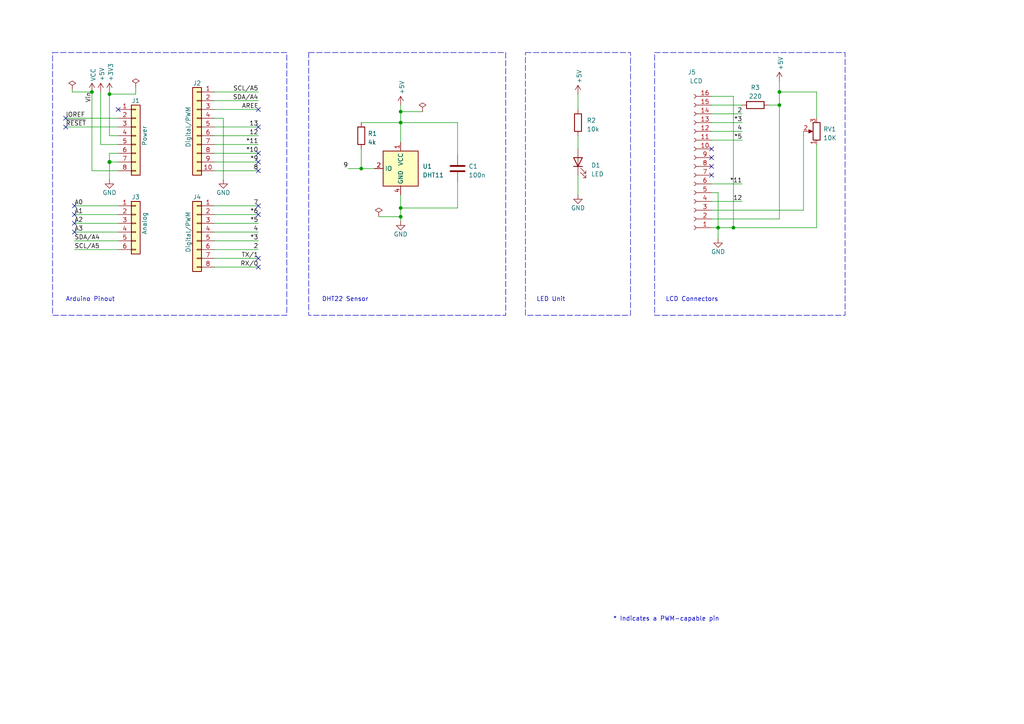
<source format=kicad_sch>
(kicad_sch (version 20230121) (generator eeschema)

  (uuid e63e39d7-6ac0-4ffd-8aa3-1841a4541b55)

  (paper "A4")

  (title_block
    (title "Temperature Sensor Arduino UNO Shield")
    (date "mar. 31 mars 2015")
    (rev "v1.0")
  )

  (lib_symbols
    (symbol "Connector:Conn_01x16_Socket" (pin_names (offset 1.016) hide) (in_bom yes) (on_board yes)
      (property "Reference" "J" (at 0 20.32 0)
        (effects (font (size 1.27 1.27)))
      )
      (property "Value" "Conn_01x16_Socket" (at 0 -22.86 0)
        (effects (font (size 1.27 1.27)))
      )
      (property "Footprint" "" (at 0 0 0)
        (effects (font (size 1.27 1.27)) hide)
      )
      (property "Datasheet" "~" (at 0 0 0)
        (effects (font (size 1.27 1.27)) hide)
      )
      (property "ki_locked" "" (at 0 0 0)
        (effects (font (size 1.27 1.27)))
      )
      (property "ki_keywords" "connector" (at 0 0 0)
        (effects (font (size 1.27 1.27)) hide)
      )
      (property "ki_description" "Generic connector, single row, 01x16, script generated" (at 0 0 0)
        (effects (font (size 1.27 1.27)) hide)
      )
      (property "ki_fp_filters" "Connector*:*_1x??_*" (at 0 0 0)
        (effects (font (size 1.27 1.27)) hide)
      )
      (symbol "Conn_01x16_Socket_1_1"
        (arc (start 0 -19.812) (mid -0.5058 -20.32) (end 0 -20.828)
          (stroke (width 0.1524) (type default))
          (fill (type none))
        )
        (arc (start 0 -17.272) (mid -0.5058 -17.78) (end 0 -18.288)
          (stroke (width 0.1524) (type default))
          (fill (type none))
        )
        (arc (start 0 -14.732) (mid -0.5058 -15.24) (end 0 -15.748)
          (stroke (width 0.1524) (type default))
          (fill (type none))
        )
        (arc (start 0 -12.192) (mid -0.5058 -12.7) (end 0 -13.208)
          (stroke (width 0.1524) (type default))
          (fill (type none))
        )
        (arc (start 0 -9.652) (mid -0.5058 -10.16) (end 0 -10.668)
          (stroke (width 0.1524) (type default))
          (fill (type none))
        )
        (arc (start 0 -7.112) (mid -0.5058 -7.62) (end 0 -8.128)
          (stroke (width 0.1524) (type default))
          (fill (type none))
        )
        (arc (start 0 -4.572) (mid -0.5058 -5.08) (end 0 -5.588)
          (stroke (width 0.1524) (type default))
          (fill (type none))
        )
        (arc (start 0 -2.032) (mid -0.5058 -2.54) (end 0 -3.048)
          (stroke (width 0.1524) (type default))
          (fill (type none))
        )
        (polyline
          (pts
            (xy -1.27 -20.32)
            (xy -0.508 -20.32)
          )
          (stroke (width 0.1524) (type default))
          (fill (type none))
        )
        (polyline
          (pts
            (xy -1.27 -17.78)
            (xy -0.508 -17.78)
          )
          (stroke (width 0.1524) (type default))
          (fill (type none))
        )
        (polyline
          (pts
            (xy -1.27 -15.24)
            (xy -0.508 -15.24)
          )
          (stroke (width 0.1524) (type default))
          (fill (type none))
        )
        (polyline
          (pts
            (xy -1.27 -12.7)
            (xy -0.508 -12.7)
          )
          (stroke (width 0.1524) (type default))
          (fill (type none))
        )
        (polyline
          (pts
            (xy -1.27 -10.16)
            (xy -0.508 -10.16)
          )
          (stroke (width 0.1524) (type default))
          (fill (type none))
        )
        (polyline
          (pts
            (xy -1.27 -7.62)
            (xy -0.508 -7.62)
          )
          (stroke (width 0.1524) (type default))
          (fill (type none))
        )
        (polyline
          (pts
            (xy -1.27 -5.08)
            (xy -0.508 -5.08)
          )
          (stroke (width 0.1524) (type default))
          (fill (type none))
        )
        (polyline
          (pts
            (xy -1.27 -2.54)
            (xy -0.508 -2.54)
          )
          (stroke (width 0.1524) (type default))
          (fill (type none))
        )
        (polyline
          (pts
            (xy -1.27 0)
            (xy -0.508 0)
          )
          (stroke (width 0.1524) (type default))
          (fill (type none))
        )
        (polyline
          (pts
            (xy -1.27 2.54)
            (xy -0.508 2.54)
          )
          (stroke (width 0.1524) (type default))
          (fill (type none))
        )
        (polyline
          (pts
            (xy -1.27 5.08)
            (xy -0.508 5.08)
          )
          (stroke (width 0.1524) (type default))
          (fill (type none))
        )
        (polyline
          (pts
            (xy -1.27 7.62)
            (xy -0.508 7.62)
          )
          (stroke (width 0.1524) (type default))
          (fill (type none))
        )
        (polyline
          (pts
            (xy -1.27 10.16)
            (xy -0.508 10.16)
          )
          (stroke (width 0.1524) (type default))
          (fill (type none))
        )
        (polyline
          (pts
            (xy -1.27 12.7)
            (xy -0.508 12.7)
          )
          (stroke (width 0.1524) (type default))
          (fill (type none))
        )
        (polyline
          (pts
            (xy -1.27 15.24)
            (xy -0.508 15.24)
          )
          (stroke (width 0.1524) (type default))
          (fill (type none))
        )
        (polyline
          (pts
            (xy -1.27 17.78)
            (xy -0.508 17.78)
          )
          (stroke (width 0.1524) (type default))
          (fill (type none))
        )
        (arc (start 0 0.508) (mid -0.5058 0) (end 0 -0.508)
          (stroke (width 0.1524) (type default))
          (fill (type none))
        )
        (arc (start 0 3.048) (mid -0.5058 2.54) (end 0 2.032)
          (stroke (width 0.1524) (type default))
          (fill (type none))
        )
        (arc (start 0 5.588) (mid -0.5058 5.08) (end 0 4.572)
          (stroke (width 0.1524) (type default))
          (fill (type none))
        )
        (arc (start 0 8.128) (mid -0.5058 7.62) (end 0 7.112)
          (stroke (width 0.1524) (type default))
          (fill (type none))
        )
        (arc (start 0 10.668) (mid -0.5058 10.16) (end 0 9.652)
          (stroke (width 0.1524) (type default))
          (fill (type none))
        )
        (arc (start 0 13.208) (mid -0.5058 12.7) (end 0 12.192)
          (stroke (width 0.1524) (type default))
          (fill (type none))
        )
        (arc (start 0 15.748) (mid -0.5058 15.24) (end 0 14.732)
          (stroke (width 0.1524) (type default))
          (fill (type none))
        )
        (arc (start 0 18.288) (mid -0.5058 17.78) (end 0 17.272)
          (stroke (width 0.1524) (type default))
          (fill (type none))
        )
        (pin passive line (at -5.08 17.78 0) (length 3.81)
          (name "Pin_1" (effects (font (size 1.27 1.27))))
          (number "1" (effects (font (size 1.27 1.27))))
        )
        (pin passive line (at -5.08 -5.08 0) (length 3.81)
          (name "Pin_10" (effects (font (size 1.27 1.27))))
          (number "10" (effects (font (size 1.27 1.27))))
        )
        (pin passive line (at -5.08 -7.62 0) (length 3.81)
          (name "Pin_11" (effects (font (size 1.27 1.27))))
          (number "11" (effects (font (size 1.27 1.27))))
        )
        (pin passive line (at -5.08 -10.16 0) (length 3.81)
          (name "Pin_12" (effects (font (size 1.27 1.27))))
          (number "12" (effects (font (size 1.27 1.27))))
        )
        (pin passive line (at -5.08 -12.7 0) (length 3.81)
          (name "Pin_13" (effects (font (size 1.27 1.27))))
          (number "13" (effects (font (size 1.27 1.27))))
        )
        (pin passive line (at -5.08 -15.24 0) (length 3.81)
          (name "Pin_14" (effects (font (size 1.27 1.27))))
          (number "14" (effects (font (size 1.27 1.27))))
        )
        (pin passive line (at -5.08 -17.78 0) (length 3.81)
          (name "Pin_15" (effects (font (size 1.27 1.27))))
          (number "15" (effects (font (size 1.27 1.27))))
        )
        (pin passive line (at -5.08 -20.32 0) (length 3.81)
          (name "Pin_16" (effects (font (size 1.27 1.27))))
          (number "16" (effects (font (size 1.27 1.27))))
        )
        (pin passive line (at -5.08 15.24 0) (length 3.81)
          (name "Pin_2" (effects (font (size 1.27 1.27))))
          (number "2" (effects (font (size 1.27 1.27))))
        )
        (pin passive line (at -5.08 12.7 0) (length 3.81)
          (name "Pin_3" (effects (font (size 1.27 1.27))))
          (number "3" (effects (font (size 1.27 1.27))))
        )
        (pin passive line (at -5.08 10.16 0) (length 3.81)
          (name "Pin_4" (effects (font (size 1.27 1.27))))
          (number "4" (effects (font (size 1.27 1.27))))
        )
        (pin passive line (at -5.08 7.62 0) (length 3.81)
          (name "Pin_5" (effects (font (size 1.27 1.27))))
          (number "5" (effects (font (size 1.27 1.27))))
        )
        (pin passive line (at -5.08 5.08 0) (length 3.81)
          (name "Pin_6" (effects (font (size 1.27 1.27))))
          (number "6" (effects (font (size 1.27 1.27))))
        )
        (pin passive line (at -5.08 2.54 0) (length 3.81)
          (name "Pin_7" (effects (font (size 1.27 1.27))))
          (number "7" (effects (font (size 1.27 1.27))))
        )
        (pin passive line (at -5.08 0 0) (length 3.81)
          (name "Pin_8" (effects (font (size 1.27 1.27))))
          (number "8" (effects (font (size 1.27 1.27))))
        )
        (pin passive line (at -5.08 -2.54 0) (length 3.81)
          (name "Pin_9" (effects (font (size 1.27 1.27))))
          (number "9" (effects (font (size 1.27 1.27))))
        )
      )
    )
    (symbol "Connector_Generic:Conn_01x06" (pin_names (offset 1.016) hide) (in_bom yes) (on_board yes)
      (property "Reference" "J" (at 0 7.62 0)
        (effects (font (size 1.27 1.27)))
      )
      (property "Value" "Conn_01x06" (at 0 -10.16 0)
        (effects (font (size 1.27 1.27)))
      )
      (property "Footprint" "" (at 0 0 0)
        (effects (font (size 1.27 1.27)) hide)
      )
      (property "Datasheet" "~" (at 0 0 0)
        (effects (font (size 1.27 1.27)) hide)
      )
      (property "ki_keywords" "connector" (at 0 0 0)
        (effects (font (size 1.27 1.27)) hide)
      )
      (property "ki_description" "Generic connector, single row, 01x06, script generated (kicad-library-utils/schlib/autogen/connector/)" (at 0 0 0)
        (effects (font (size 1.27 1.27)) hide)
      )
      (property "ki_fp_filters" "Connector*:*_1x??_*" (at 0 0 0)
        (effects (font (size 1.27 1.27)) hide)
      )
      (symbol "Conn_01x06_1_1"
        (rectangle (start -1.27 -7.493) (end 0 -7.747)
          (stroke (width 0.1524) (type default))
          (fill (type none))
        )
        (rectangle (start -1.27 -4.953) (end 0 -5.207)
          (stroke (width 0.1524) (type default))
          (fill (type none))
        )
        (rectangle (start -1.27 -2.413) (end 0 -2.667)
          (stroke (width 0.1524) (type default))
          (fill (type none))
        )
        (rectangle (start -1.27 0.127) (end 0 -0.127)
          (stroke (width 0.1524) (type default))
          (fill (type none))
        )
        (rectangle (start -1.27 2.667) (end 0 2.413)
          (stroke (width 0.1524) (type default))
          (fill (type none))
        )
        (rectangle (start -1.27 5.207) (end 0 4.953)
          (stroke (width 0.1524) (type default))
          (fill (type none))
        )
        (rectangle (start -1.27 6.35) (end 1.27 -8.89)
          (stroke (width 0.254) (type default))
          (fill (type background))
        )
        (pin passive line (at -5.08 5.08 0) (length 3.81)
          (name "Pin_1" (effects (font (size 1.27 1.27))))
          (number "1" (effects (font (size 1.27 1.27))))
        )
        (pin passive line (at -5.08 2.54 0) (length 3.81)
          (name "Pin_2" (effects (font (size 1.27 1.27))))
          (number "2" (effects (font (size 1.27 1.27))))
        )
        (pin passive line (at -5.08 0 0) (length 3.81)
          (name "Pin_3" (effects (font (size 1.27 1.27))))
          (number "3" (effects (font (size 1.27 1.27))))
        )
        (pin passive line (at -5.08 -2.54 0) (length 3.81)
          (name "Pin_4" (effects (font (size 1.27 1.27))))
          (number "4" (effects (font (size 1.27 1.27))))
        )
        (pin passive line (at -5.08 -5.08 0) (length 3.81)
          (name "Pin_5" (effects (font (size 1.27 1.27))))
          (number "5" (effects (font (size 1.27 1.27))))
        )
        (pin passive line (at -5.08 -7.62 0) (length 3.81)
          (name "Pin_6" (effects (font (size 1.27 1.27))))
          (number "6" (effects (font (size 1.27 1.27))))
        )
      )
    )
    (symbol "Connector_Generic:Conn_01x08" (pin_names (offset 1.016) hide) (in_bom yes) (on_board yes)
      (property "Reference" "J" (at 0 10.16 0)
        (effects (font (size 1.27 1.27)))
      )
      (property "Value" "Conn_01x08" (at 0 -12.7 0)
        (effects (font (size 1.27 1.27)))
      )
      (property "Footprint" "" (at 0 0 0)
        (effects (font (size 1.27 1.27)) hide)
      )
      (property "Datasheet" "~" (at 0 0 0)
        (effects (font (size 1.27 1.27)) hide)
      )
      (property "ki_keywords" "connector" (at 0 0 0)
        (effects (font (size 1.27 1.27)) hide)
      )
      (property "ki_description" "Generic connector, single row, 01x08, script generated (kicad-library-utils/schlib/autogen/connector/)" (at 0 0 0)
        (effects (font (size 1.27 1.27)) hide)
      )
      (property "ki_fp_filters" "Connector*:*_1x??_*" (at 0 0 0)
        (effects (font (size 1.27 1.27)) hide)
      )
      (symbol "Conn_01x08_1_1"
        (rectangle (start -1.27 -10.033) (end 0 -10.287)
          (stroke (width 0.1524) (type default))
          (fill (type none))
        )
        (rectangle (start -1.27 -7.493) (end 0 -7.747)
          (stroke (width 0.1524) (type default))
          (fill (type none))
        )
        (rectangle (start -1.27 -4.953) (end 0 -5.207)
          (stroke (width 0.1524) (type default))
          (fill (type none))
        )
        (rectangle (start -1.27 -2.413) (end 0 -2.667)
          (stroke (width 0.1524) (type default))
          (fill (type none))
        )
        (rectangle (start -1.27 0.127) (end 0 -0.127)
          (stroke (width 0.1524) (type default))
          (fill (type none))
        )
        (rectangle (start -1.27 2.667) (end 0 2.413)
          (stroke (width 0.1524) (type default))
          (fill (type none))
        )
        (rectangle (start -1.27 5.207) (end 0 4.953)
          (stroke (width 0.1524) (type default))
          (fill (type none))
        )
        (rectangle (start -1.27 7.747) (end 0 7.493)
          (stroke (width 0.1524) (type default))
          (fill (type none))
        )
        (rectangle (start -1.27 8.89) (end 1.27 -11.43)
          (stroke (width 0.254) (type default))
          (fill (type background))
        )
        (pin passive line (at -5.08 7.62 0) (length 3.81)
          (name "Pin_1" (effects (font (size 1.27 1.27))))
          (number "1" (effects (font (size 1.27 1.27))))
        )
        (pin passive line (at -5.08 5.08 0) (length 3.81)
          (name "Pin_2" (effects (font (size 1.27 1.27))))
          (number "2" (effects (font (size 1.27 1.27))))
        )
        (pin passive line (at -5.08 2.54 0) (length 3.81)
          (name "Pin_3" (effects (font (size 1.27 1.27))))
          (number "3" (effects (font (size 1.27 1.27))))
        )
        (pin passive line (at -5.08 0 0) (length 3.81)
          (name "Pin_4" (effects (font (size 1.27 1.27))))
          (number "4" (effects (font (size 1.27 1.27))))
        )
        (pin passive line (at -5.08 -2.54 0) (length 3.81)
          (name "Pin_5" (effects (font (size 1.27 1.27))))
          (number "5" (effects (font (size 1.27 1.27))))
        )
        (pin passive line (at -5.08 -5.08 0) (length 3.81)
          (name "Pin_6" (effects (font (size 1.27 1.27))))
          (number "6" (effects (font (size 1.27 1.27))))
        )
        (pin passive line (at -5.08 -7.62 0) (length 3.81)
          (name "Pin_7" (effects (font (size 1.27 1.27))))
          (number "7" (effects (font (size 1.27 1.27))))
        )
        (pin passive line (at -5.08 -10.16 0) (length 3.81)
          (name "Pin_8" (effects (font (size 1.27 1.27))))
          (number "8" (effects (font (size 1.27 1.27))))
        )
      )
    )
    (symbol "Connector_Generic:Conn_01x10" (pin_names (offset 1.016) hide) (in_bom yes) (on_board yes)
      (property "Reference" "J" (at 0 12.7 0)
        (effects (font (size 1.27 1.27)))
      )
      (property "Value" "Conn_01x10" (at 0 -15.24 0)
        (effects (font (size 1.27 1.27)))
      )
      (property "Footprint" "" (at 0 0 0)
        (effects (font (size 1.27 1.27)) hide)
      )
      (property "Datasheet" "~" (at 0 0 0)
        (effects (font (size 1.27 1.27)) hide)
      )
      (property "ki_keywords" "connector" (at 0 0 0)
        (effects (font (size 1.27 1.27)) hide)
      )
      (property "ki_description" "Generic connector, single row, 01x10, script generated (kicad-library-utils/schlib/autogen/connector/)" (at 0 0 0)
        (effects (font (size 1.27 1.27)) hide)
      )
      (property "ki_fp_filters" "Connector*:*_1x??_*" (at 0 0 0)
        (effects (font (size 1.27 1.27)) hide)
      )
      (symbol "Conn_01x10_1_1"
        (rectangle (start -1.27 -12.573) (end 0 -12.827)
          (stroke (width 0.1524) (type default))
          (fill (type none))
        )
        (rectangle (start -1.27 -10.033) (end 0 -10.287)
          (stroke (width 0.1524) (type default))
          (fill (type none))
        )
        (rectangle (start -1.27 -7.493) (end 0 -7.747)
          (stroke (width 0.1524) (type default))
          (fill (type none))
        )
        (rectangle (start -1.27 -4.953) (end 0 -5.207)
          (stroke (width 0.1524) (type default))
          (fill (type none))
        )
        (rectangle (start -1.27 -2.413) (end 0 -2.667)
          (stroke (width 0.1524) (type default))
          (fill (type none))
        )
        (rectangle (start -1.27 0.127) (end 0 -0.127)
          (stroke (width 0.1524) (type default))
          (fill (type none))
        )
        (rectangle (start -1.27 2.667) (end 0 2.413)
          (stroke (width 0.1524) (type default))
          (fill (type none))
        )
        (rectangle (start -1.27 5.207) (end 0 4.953)
          (stroke (width 0.1524) (type default))
          (fill (type none))
        )
        (rectangle (start -1.27 7.747) (end 0 7.493)
          (stroke (width 0.1524) (type default))
          (fill (type none))
        )
        (rectangle (start -1.27 10.287) (end 0 10.033)
          (stroke (width 0.1524) (type default))
          (fill (type none))
        )
        (rectangle (start -1.27 11.43) (end 1.27 -13.97)
          (stroke (width 0.254) (type default))
          (fill (type background))
        )
        (pin passive line (at -5.08 10.16 0) (length 3.81)
          (name "Pin_1" (effects (font (size 1.27 1.27))))
          (number "1" (effects (font (size 1.27 1.27))))
        )
        (pin passive line (at -5.08 -12.7 0) (length 3.81)
          (name "Pin_10" (effects (font (size 1.27 1.27))))
          (number "10" (effects (font (size 1.27 1.27))))
        )
        (pin passive line (at -5.08 7.62 0) (length 3.81)
          (name "Pin_2" (effects (font (size 1.27 1.27))))
          (number "2" (effects (font (size 1.27 1.27))))
        )
        (pin passive line (at -5.08 5.08 0) (length 3.81)
          (name "Pin_3" (effects (font (size 1.27 1.27))))
          (number "3" (effects (font (size 1.27 1.27))))
        )
        (pin passive line (at -5.08 2.54 0) (length 3.81)
          (name "Pin_4" (effects (font (size 1.27 1.27))))
          (number "4" (effects (font (size 1.27 1.27))))
        )
        (pin passive line (at -5.08 0 0) (length 3.81)
          (name "Pin_5" (effects (font (size 1.27 1.27))))
          (number "5" (effects (font (size 1.27 1.27))))
        )
        (pin passive line (at -5.08 -2.54 0) (length 3.81)
          (name "Pin_6" (effects (font (size 1.27 1.27))))
          (number "6" (effects (font (size 1.27 1.27))))
        )
        (pin passive line (at -5.08 -5.08 0) (length 3.81)
          (name "Pin_7" (effects (font (size 1.27 1.27))))
          (number "7" (effects (font (size 1.27 1.27))))
        )
        (pin passive line (at -5.08 -7.62 0) (length 3.81)
          (name "Pin_8" (effects (font (size 1.27 1.27))))
          (number "8" (effects (font (size 1.27 1.27))))
        )
        (pin passive line (at -5.08 -10.16 0) (length 3.81)
          (name "Pin_9" (effects (font (size 1.27 1.27))))
          (number "9" (effects (font (size 1.27 1.27))))
        )
      )
    )
    (symbol "Device:C" (pin_numbers hide) (pin_names (offset 0.254)) (in_bom yes) (on_board yes)
      (property "Reference" "C" (at 0.635 2.54 0)
        (effects (font (size 1.27 1.27)) (justify left))
      )
      (property "Value" "C" (at 0.635 -2.54 0)
        (effects (font (size 1.27 1.27)) (justify left))
      )
      (property "Footprint" "" (at 0.9652 -3.81 0)
        (effects (font (size 1.27 1.27)) hide)
      )
      (property "Datasheet" "~" (at 0 0 0)
        (effects (font (size 1.27 1.27)) hide)
      )
      (property "ki_keywords" "cap capacitor" (at 0 0 0)
        (effects (font (size 1.27 1.27)) hide)
      )
      (property "ki_description" "Unpolarized capacitor" (at 0 0 0)
        (effects (font (size 1.27 1.27)) hide)
      )
      (property "ki_fp_filters" "C_*" (at 0 0 0)
        (effects (font (size 1.27 1.27)) hide)
      )
      (symbol "C_0_1"
        (polyline
          (pts
            (xy -2.032 -0.762)
            (xy 2.032 -0.762)
          )
          (stroke (width 0.508) (type default))
          (fill (type none))
        )
        (polyline
          (pts
            (xy -2.032 0.762)
            (xy 2.032 0.762)
          )
          (stroke (width 0.508) (type default))
          (fill (type none))
        )
      )
      (symbol "C_1_1"
        (pin passive line (at 0 3.81 270) (length 2.794)
          (name "~" (effects (font (size 1.27 1.27))))
          (number "1" (effects (font (size 1.27 1.27))))
        )
        (pin passive line (at 0 -3.81 90) (length 2.794)
          (name "~" (effects (font (size 1.27 1.27))))
          (number "2" (effects (font (size 1.27 1.27))))
        )
      )
    )
    (symbol "Device:LED" (pin_numbers hide) (pin_names (offset 1.016) hide) (in_bom yes) (on_board yes)
      (property "Reference" "D" (at 0 2.54 0)
        (effects (font (size 1.27 1.27)))
      )
      (property "Value" "LED" (at 0 -2.54 0)
        (effects (font (size 1.27 1.27)))
      )
      (property "Footprint" "" (at 0 0 0)
        (effects (font (size 1.27 1.27)) hide)
      )
      (property "Datasheet" "~" (at 0 0 0)
        (effects (font (size 1.27 1.27)) hide)
      )
      (property "ki_keywords" "LED diode" (at 0 0 0)
        (effects (font (size 1.27 1.27)) hide)
      )
      (property "ki_description" "Light emitting diode" (at 0 0 0)
        (effects (font (size 1.27 1.27)) hide)
      )
      (property "ki_fp_filters" "LED* LED_SMD:* LED_THT:*" (at 0 0 0)
        (effects (font (size 1.27 1.27)) hide)
      )
      (symbol "LED_0_1"
        (polyline
          (pts
            (xy -1.27 -1.27)
            (xy -1.27 1.27)
          )
          (stroke (width 0.254) (type default))
          (fill (type none))
        )
        (polyline
          (pts
            (xy -1.27 0)
            (xy 1.27 0)
          )
          (stroke (width 0) (type default))
          (fill (type none))
        )
        (polyline
          (pts
            (xy 1.27 -1.27)
            (xy 1.27 1.27)
            (xy -1.27 0)
            (xy 1.27 -1.27)
          )
          (stroke (width 0.254) (type default))
          (fill (type none))
        )
        (polyline
          (pts
            (xy -3.048 -0.762)
            (xy -4.572 -2.286)
            (xy -3.81 -2.286)
            (xy -4.572 -2.286)
            (xy -4.572 -1.524)
          )
          (stroke (width 0) (type default))
          (fill (type none))
        )
        (polyline
          (pts
            (xy -1.778 -0.762)
            (xy -3.302 -2.286)
            (xy -2.54 -2.286)
            (xy -3.302 -2.286)
            (xy -3.302 -1.524)
          )
          (stroke (width 0) (type default))
          (fill (type none))
        )
      )
      (symbol "LED_1_1"
        (pin passive line (at -3.81 0 0) (length 2.54)
          (name "K" (effects (font (size 1.27 1.27))))
          (number "1" (effects (font (size 1.27 1.27))))
        )
        (pin passive line (at 3.81 0 180) (length 2.54)
          (name "A" (effects (font (size 1.27 1.27))))
          (number "2" (effects (font (size 1.27 1.27))))
        )
      )
    )
    (symbol "Device:R" (pin_numbers hide) (pin_names (offset 0)) (in_bom yes) (on_board yes)
      (property "Reference" "R" (at 2.032 0 90)
        (effects (font (size 1.27 1.27)))
      )
      (property "Value" "R" (at 0 0 90)
        (effects (font (size 1.27 1.27)))
      )
      (property "Footprint" "" (at -1.778 0 90)
        (effects (font (size 1.27 1.27)) hide)
      )
      (property "Datasheet" "~" (at 0 0 0)
        (effects (font (size 1.27 1.27)) hide)
      )
      (property "ki_keywords" "R res resistor" (at 0 0 0)
        (effects (font (size 1.27 1.27)) hide)
      )
      (property "ki_description" "Resistor" (at 0 0 0)
        (effects (font (size 1.27 1.27)) hide)
      )
      (property "ki_fp_filters" "R_*" (at 0 0 0)
        (effects (font (size 1.27 1.27)) hide)
      )
      (symbol "R_0_1"
        (rectangle (start -1.016 -2.54) (end 1.016 2.54)
          (stroke (width 0.254) (type default))
          (fill (type none))
        )
      )
      (symbol "R_1_1"
        (pin passive line (at 0 3.81 270) (length 1.27)
          (name "~" (effects (font (size 1.27 1.27))))
          (number "1" (effects (font (size 1.27 1.27))))
        )
        (pin passive line (at 0 -3.81 90) (length 1.27)
          (name "~" (effects (font (size 1.27 1.27))))
          (number "2" (effects (font (size 1.27 1.27))))
        )
      )
    )
    (symbol "Device:R_Potentiometer" (pin_names (offset 1.016) hide) (in_bom yes) (on_board yes)
      (property "Reference" "RV" (at -4.445 0 90)
        (effects (font (size 1.27 1.27)))
      )
      (property "Value" "R_Potentiometer" (at -2.54 0 90)
        (effects (font (size 1.27 1.27)))
      )
      (property "Footprint" "" (at 0 0 0)
        (effects (font (size 1.27 1.27)) hide)
      )
      (property "Datasheet" "~" (at 0 0 0)
        (effects (font (size 1.27 1.27)) hide)
      )
      (property "ki_keywords" "resistor variable" (at 0 0 0)
        (effects (font (size 1.27 1.27)) hide)
      )
      (property "ki_description" "Potentiometer" (at 0 0 0)
        (effects (font (size 1.27 1.27)) hide)
      )
      (property "ki_fp_filters" "Potentiometer*" (at 0 0 0)
        (effects (font (size 1.27 1.27)) hide)
      )
      (symbol "R_Potentiometer_0_1"
        (polyline
          (pts
            (xy 2.54 0)
            (xy 1.524 0)
          )
          (stroke (width 0) (type default))
          (fill (type none))
        )
        (polyline
          (pts
            (xy 1.143 0)
            (xy 2.286 0.508)
            (xy 2.286 -0.508)
            (xy 1.143 0)
          )
          (stroke (width 0) (type default))
          (fill (type outline))
        )
        (rectangle (start 1.016 2.54) (end -1.016 -2.54)
          (stroke (width 0.254) (type default))
          (fill (type none))
        )
      )
      (symbol "R_Potentiometer_1_1"
        (pin passive line (at 0 3.81 270) (length 1.27)
          (name "1" (effects (font (size 1.27 1.27))))
          (number "1" (effects (font (size 1.27 1.27))))
        )
        (pin passive line (at 3.81 0 180) (length 1.27)
          (name "2" (effects (font (size 1.27 1.27))))
          (number "2" (effects (font (size 1.27 1.27))))
        )
        (pin passive line (at 0 -3.81 90) (length 1.27)
          (name "3" (effects (font (size 1.27 1.27))))
          (number "3" (effects (font (size 1.27 1.27))))
        )
      )
    )
    (symbol "Sensor:DHT11" (in_bom yes) (on_board yes)
      (property "Reference" "U" (at -3.81 6.35 0)
        (effects (font (size 1.27 1.27)))
      )
      (property "Value" "DHT11" (at 3.81 6.35 0)
        (effects (font (size 1.27 1.27)))
      )
      (property "Footprint" "Sensor:Aosong_DHT11_5.5x12.0_P2.54mm" (at 0 -10.16 0)
        (effects (font (size 1.27 1.27)) hide)
      )
      (property "Datasheet" "http://akizukidenshi.com/download/ds/aosong/DHT11.pdf" (at 3.81 6.35 0)
        (effects (font (size 1.27 1.27)) hide)
      )
      (property "ki_keywords" "Digital temperature humidity sensor" (at 0 0 0)
        (effects (font (size 1.27 1.27)) hide)
      )
      (property "ki_description" "Temperature and humidity module" (at 0 0 0)
        (effects (font (size 1.27 1.27)) hide)
      )
      (property "ki_fp_filters" "Aosong*DHT11*5.5x12.0*P2.54mm*" (at 0 0 0)
        (effects (font (size 1.27 1.27)) hide)
      )
      (symbol "DHT11_0_1"
        (rectangle (start -5.08 5.08) (end 5.08 -5.08)
          (stroke (width 0.254) (type default))
          (fill (type background))
        )
      )
      (symbol "DHT11_1_1"
        (pin power_in line (at 0 7.62 270) (length 2.54)
          (name "VCC" (effects (font (size 1.27 1.27))))
          (number "1" (effects (font (size 1.27 1.27))))
        )
        (pin bidirectional line (at 7.62 0 180) (length 2.54)
          (name "IO" (effects (font (size 1.27 1.27))))
          (number "2" (effects (font (size 1.27 1.27))))
        )
        (pin no_connect line (at -5.08 0 0) (length 2.54) hide
          (name "NC" (effects (font (size 1.27 1.27))))
          (number "3" (effects (font (size 1.27 1.27))))
        )
        (pin power_in line (at 0 -7.62 90) (length 2.54)
          (name "GND" (effects (font (size 1.27 1.27))))
          (number "4" (effects (font (size 1.27 1.27))))
        )
      )
    )
    (symbol "power:+3V3" (power) (pin_names (offset 0)) (in_bom yes) (on_board yes)
      (property "Reference" "#PWR" (at 0 -3.81 0)
        (effects (font (size 1.27 1.27)) hide)
      )
      (property "Value" "+3V3" (at 0 3.556 0)
        (effects (font (size 1.27 1.27)))
      )
      (property "Footprint" "" (at 0 0 0)
        (effects (font (size 1.27 1.27)) hide)
      )
      (property "Datasheet" "" (at 0 0 0)
        (effects (font (size 1.27 1.27)) hide)
      )
      (property "ki_keywords" "global power" (at 0 0 0)
        (effects (font (size 1.27 1.27)) hide)
      )
      (property "ki_description" "Power symbol creates a global label with name \"+3V3\"" (at 0 0 0)
        (effects (font (size 1.27 1.27)) hide)
      )
      (symbol "+3V3_0_1"
        (polyline
          (pts
            (xy -0.762 1.27)
            (xy 0 2.54)
          )
          (stroke (width 0) (type default))
          (fill (type none))
        )
        (polyline
          (pts
            (xy 0 0)
            (xy 0 2.54)
          )
          (stroke (width 0) (type default))
          (fill (type none))
        )
        (polyline
          (pts
            (xy 0 2.54)
            (xy 0.762 1.27)
          )
          (stroke (width 0) (type default))
          (fill (type none))
        )
      )
      (symbol "+3V3_1_1"
        (pin power_in line (at 0 0 90) (length 0) hide
          (name "+3V3" (effects (font (size 1.27 1.27))))
          (number "1" (effects (font (size 1.27 1.27))))
        )
      )
    )
    (symbol "power:+5V" (power) (pin_names (offset 0)) (in_bom yes) (on_board yes)
      (property "Reference" "#PWR" (at 0 -3.81 0)
        (effects (font (size 1.27 1.27)) hide)
      )
      (property "Value" "+5V" (at 0 3.556 0)
        (effects (font (size 1.27 1.27)))
      )
      (property "Footprint" "" (at 0 0 0)
        (effects (font (size 1.27 1.27)) hide)
      )
      (property "Datasheet" "" (at 0 0 0)
        (effects (font (size 1.27 1.27)) hide)
      )
      (property "ki_keywords" "global power" (at 0 0 0)
        (effects (font (size 1.27 1.27)) hide)
      )
      (property "ki_description" "Power symbol creates a global label with name \"+5V\"" (at 0 0 0)
        (effects (font (size 1.27 1.27)) hide)
      )
      (symbol "+5V_0_1"
        (polyline
          (pts
            (xy -0.762 1.27)
            (xy 0 2.54)
          )
          (stroke (width 0) (type default))
          (fill (type none))
        )
        (polyline
          (pts
            (xy 0 0)
            (xy 0 2.54)
          )
          (stroke (width 0) (type default))
          (fill (type none))
        )
        (polyline
          (pts
            (xy 0 2.54)
            (xy 0.762 1.27)
          )
          (stroke (width 0) (type default))
          (fill (type none))
        )
      )
      (symbol "+5V_1_1"
        (pin power_in line (at 0 0 90) (length 0) hide
          (name "+5V" (effects (font (size 1.27 1.27))))
          (number "1" (effects (font (size 1.27 1.27))))
        )
      )
    )
    (symbol "power:GND" (power) (pin_names (offset 0)) (in_bom yes) (on_board yes)
      (property "Reference" "#PWR" (at 0 -6.35 0)
        (effects (font (size 1.27 1.27)) hide)
      )
      (property "Value" "GND" (at 0 -3.81 0)
        (effects (font (size 1.27 1.27)))
      )
      (property "Footprint" "" (at 0 0 0)
        (effects (font (size 1.27 1.27)) hide)
      )
      (property "Datasheet" "" (at 0 0 0)
        (effects (font (size 1.27 1.27)) hide)
      )
      (property "ki_keywords" "global power" (at 0 0 0)
        (effects (font (size 1.27 1.27)) hide)
      )
      (property "ki_description" "Power symbol creates a global label with name \"GND\" , ground" (at 0 0 0)
        (effects (font (size 1.27 1.27)) hide)
      )
      (symbol "GND_0_1"
        (polyline
          (pts
            (xy 0 0)
            (xy 0 -1.27)
            (xy 1.27 -1.27)
            (xy 0 -2.54)
            (xy -1.27 -1.27)
            (xy 0 -1.27)
          )
          (stroke (width 0) (type default))
          (fill (type none))
        )
      )
      (symbol "GND_1_1"
        (pin power_in line (at 0 0 270) (length 0) hide
          (name "GND" (effects (font (size 1.27 1.27))))
          (number "1" (effects (font (size 1.27 1.27))))
        )
      )
    )
    (symbol "power:PWR_FLAG" (power) (pin_numbers hide) (pin_names (offset 0) hide) (in_bom yes) (on_board yes)
      (property "Reference" "#FLG" (at 0 1.905 0)
        (effects (font (size 1.27 1.27)) hide)
      )
      (property "Value" "PWR_FLAG" (at 0 3.81 0)
        (effects (font (size 1.27 1.27)))
      )
      (property "Footprint" "" (at 0 0 0)
        (effects (font (size 1.27 1.27)) hide)
      )
      (property "Datasheet" "~" (at 0 0 0)
        (effects (font (size 1.27 1.27)) hide)
      )
      (property "ki_keywords" "flag power" (at 0 0 0)
        (effects (font (size 1.27 1.27)) hide)
      )
      (property "ki_description" "Special symbol for telling ERC where power comes from" (at 0 0 0)
        (effects (font (size 1.27 1.27)) hide)
      )
      (symbol "PWR_FLAG_0_0"
        (pin power_out line (at 0 0 90) (length 0)
          (name "pwr" (effects (font (size 1.27 1.27))))
          (number "1" (effects (font (size 1.27 1.27))))
        )
      )
      (symbol "PWR_FLAG_0_1"
        (polyline
          (pts
            (xy 0 0)
            (xy 0 1.27)
            (xy -1.016 1.905)
            (xy 0 2.54)
            (xy 1.016 1.905)
            (xy 0 1.27)
          )
          (stroke (width 0) (type default))
          (fill (type none))
        )
      )
    )
    (symbol "power:VCC" (power) (pin_names (offset 0)) (in_bom yes) (on_board yes)
      (property "Reference" "#PWR" (at 0 -3.81 0)
        (effects (font (size 1.27 1.27)) hide)
      )
      (property "Value" "VCC" (at 0 3.81 0)
        (effects (font (size 1.27 1.27)))
      )
      (property "Footprint" "" (at 0 0 0)
        (effects (font (size 1.27 1.27)) hide)
      )
      (property "Datasheet" "" (at 0 0 0)
        (effects (font (size 1.27 1.27)) hide)
      )
      (property "ki_keywords" "global power" (at 0 0 0)
        (effects (font (size 1.27 1.27)) hide)
      )
      (property "ki_description" "Power symbol creates a global label with name \"VCC\"" (at 0 0 0)
        (effects (font (size 1.27 1.27)) hide)
      )
      (symbol "VCC_0_1"
        (polyline
          (pts
            (xy -0.762 1.27)
            (xy 0 2.54)
          )
          (stroke (width 0) (type default))
          (fill (type none))
        )
        (polyline
          (pts
            (xy 0 0)
            (xy 0 2.54)
          )
          (stroke (width 0) (type default))
          (fill (type none))
        )
        (polyline
          (pts
            (xy 0 2.54)
            (xy 0.762 1.27)
          )
          (stroke (width 0) (type default))
          (fill (type none))
        )
      )
      (symbol "VCC_1_1"
        (pin power_in line (at 0 0 90) (length 0) hide
          (name "VCC" (effects (font (size 1.27 1.27))))
          (number "1" (effects (font (size 1.27 1.27))))
        )
      )
    )
  )


  (junction (at 116.205 60.325) (diameter 0) (color 0 0 0 0)
    (uuid 2c791a96-0f59-4875-81f2-74ce12309f29)
  )
  (junction (at 31.75 46.99) (diameter 1.016) (color 0 0 0 0)
    (uuid 3dcc657b-55a1-48e0-9667-e01e7b6b08b5)
  )
  (junction (at 226.06 26.67) (diameter 0) (color 0 0 0 0)
    (uuid 3e16df4e-6770-4a5c-99b3-46964de9f3f0)
  )
  (junction (at 26.67 26.67) (diameter 0) (color 0 0 0 0)
    (uuid 703ed2cb-9e2c-4099-9eeb-fe97d6d5cbc2)
  )
  (junction (at 116.205 35.56) (diameter 0) (color 0 0 0 0)
    (uuid b3ab7b31-5996-425c-9078-834344e8cc53)
  )
  (junction (at 104.775 48.895) (diameter 0) (color 0 0 0 0)
    (uuid c170d852-9ebf-4e60-8fee-f66a2cc77c5e)
  )
  (junction (at 212.725 66.04) (diameter 0) (color 0 0 0 0)
    (uuid da99bf5f-ac91-4ef0-84ee-e4adb9588786)
  )
  (junction (at 116.205 32.385) (diameter 0) (color 0 0 0 0)
    (uuid e060225e-5cbb-4614-9e28-169651c86776)
  )
  (junction (at 208.28 66.04) (diameter 0) (color 0 0 0 0)
    (uuid e1ddf9ad-0cab-41fd-b72f-57333ad793ea)
  )
  (junction (at 226.06 30.48) (diameter 0) (color 0 0 0 0)
    (uuid e50c571a-bbaf-4521-bfd2-13b7d9862381)
  )
  (junction (at 116.205 62.865) (diameter 0) (color 0 0 0 0)
    (uuid f41c75a1-64f2-4e34-9ef0-19b8b5361893)
  )
  (junction (at 31.75 27.305) (diameter 0) (color 0 0 0 0)
    (uuid fb16759e-5ba3-4e15-b806-9e12a89f5605)
  )

  (no_connect (at 21.59 59.69) (uuid 08f8d325-2713-44d9-be20-57d596b0d349))
  (no_connect (at 19.05 34.29) (uuid 09d869af-8ac3-4166-87eb-657ba136a49a))
  (no_connect (at 74.93 74.93) (uuid 0b9144d5-c4e6-4972-a00d-441800fa9792))
  (no_connect (at 74.93 62.23) (uuid 13843574-73ad-4a73-950a-9af02eb7518a))
  (no_connect (at 74.93 44.45) (uuid 1bfd04d1-852a-4a06-8297-01e21bd2ab50))
  (no_connect (at 21.59 64.77) (uuid 273b3988-da9e-49a6-a8c3-8871b4343686))
  (no_connect (at 74.93 59.69) (uuid 3d8c0475-901a-428f-a75a-1059ad56a13a))
  (no_connect (at 74.93 36.83) (uuid 48381b4e-344a-43b2-a2a6-caf501744b11))
  (no_connect (at 19.05 36.83) (uuid 499198b9-7a23-4eb8-90c8-c06f76560bcf))
  (no_connect (at 206.375 48.26) (uuid 4d9e3d90-3aab-4f39-a81e-50bc1cb32e38))
  (no_connect (at 74.93 46.99) (uuid 5bafb337-cb7f-4cb4-a5b6-56212aad8281))
  (no_connect (at 74.93 31.75) (uuid 7681d7fc-5154-4664-8647-d316067f9911))
  (no_connect (at 74.93 77.47) (uuid 8f7b28b7-8cda-4f02-97be-4b51b00ac0a8))
  (no_connect (at 74.93 49.53) (uuid 96d6d05b-517d-446f-a701-abb6b3c6bf2c))
  (no_connect (at 21.59 67.31) (uuid 9b035c95-0033-4149-8b2b-71ec88bfdb02))
  (no_connect (at 206.375 50.8) (uuid a5229f74-de98-4ced-be0a-b6c17ec29bb4))
  (no_connect (at 206.375 45.72) (uuid c3d51c50-7847-4115-b1c9-1d64223be811))
  (no_connect (at 21.59 62.23) (uuid c78c15e2-25d3-45f0-9fc8-022e669267a6))
  (no_connect (at 34.29 31.75) (uuid d181157c-7812-47e5-a0cf-9580c905fc86))
  (no_connect (at 206.375 43.18) (uuid d7b57bb5-5b2b-4182-b627-3f816748c984))

  (wire (pts (xy 62.23 77.47) (xy 74.93 77.47))
    (stroke (width 0) (type solid))
    (uuid 010ba307-2067-49d3-b0fa-6414143f3fc2)
  )
  (wire (pts (xy 206.375 63.5) (xy 226.06 63.5))
    (stroke (width 0) (type default))
    (uuid 060a4fdb-baf4-4057-b8bd-a980e8e3c6b5)
  )
  (wire (pts (xy 62.23 44.45) (xy 74.93 44.45))
    (stroke (width 0) (type solid))
    (uuid 09480ba4-37da-45e3-b9fe-6beebf876349)
  )
  (wire (pts (xy 62.23 26.67) (xy 74.93 26.67))
    (stroke (width 0) (type solid))
    (uuid 0f5d2189-4ead-42fa-8f7a-cfa3af4de132)
  )
  (wire (pts (xy 212.725 27.94) (xy 212.725 66.04))
    (stroke (width 0) (type default))
    (uuid 10f7c043-e98c-49ad-bb36-1a341db146e6)
  )
  (wire (pts (xy 116.205 35.56) (xy 132.715 35.56))
    (stroke (width 0) (type default))
    (uuid 19f406ff-b6cf-42f3-b5ea-f4739964acf9)
  )
  (wire (pts (xy 31.75 44.45) (xy 31.75 46.99))
    (stroke (width 0) (type solid))
    (uuid 1c31b835-925f-4a5c-92df-8f2558bb711b)
  )
  (wire (pts (xy 21.59 72.39) (xy 34.29 72.39))
    (stroke (width 0) (type solid))
    (uuid 20854542-d0b0-4be7-af02-0e5fceb34e01)
  )
  (wire (pts (xy 104.775 48.895) (xy 108.585 48.895))
    (stroke (width 0) (type default))
    (uuid 2367c727-64e5-4837-9af8-2658bfdab482)
  )
  (wire (pts (xy 20.955 26.67) (xy 26.67 26.67))
    (stroke (width 0) (type default))
    (uuid 24eca3fa-16e3-4b9c-99fb-f267e5e9e2c2)
  )
  (wire (pts (xy 104.775 35.56) (xy 116.205 35.56))
    (stroke (width 0) (type default))
    (uuid 26d45d52-6c61-4883-956b-a4b141f2d8dc)
  )
  (wire (pts (xy 31.75 46.99) (xy 31.75 52.07))
    (stroke (width 0) (type solid))
    (uuid 2df788b2-ce68-49bc-a497-4b6570a17f30)
  )
  (wire (pts (xy 31.75 39.37) (xy 34.29 39.37))
    (stroke (width 0) (type solid))
    (uuid 3334b11d-5a13-40b4-a117-d693c543e4ab)
  )
  (wire (pts (xy 39.37 25.4) (xy 39.37 27.305))
    (stroke (width 0) (type default))
    (uuid 36062f11-d7f2-44a2-be5c-33a238399fd2)
  )
  (wire (pts (xy 29.21 41.91) (xy 34.29 41.91))
    (stroke (width 0) (type solid))
    (uuid 3661f80c-fef8-4441-83be-df8930b3b45e)
  )
  (wire (pts (xy 29.21 26.67) (xy 29.21 41.91))
    (stroke (width 0) (type solid))
    (uuid 392bf1f6-bf67-427d-8d4c-0a87cb757556)
  )
  (wire (pts (xy 208.28 55.88) (xy 206.375 55.88))
    (stroke (width 0) (type default))
    (uuid 39e0347a-eb53-4deb-bbd9-b05547d7a86f)
  )
  (wire (pts (xy 116.205 32.385) (xy 116.205 35.56))
    (stroke (width 0) (type default))
    (uuid 39f0268e-8175-402a-863d-f0fad05081ad)
  )
  (wire (pts (xy 132.715 60.325) (xy 132.715 52.705))
    (stroke (width 0) (type default))
    (uuid 4203bc8f-72fa-491c-b80c-a1cae6595a55)
  )
  (wire (pts (xy 62.23 36.83) (xy 74.93 36.83))
    (stroke (width 0) (type solid))
    (uuid 4227fa6f-c399-4f14-8228-23e39d2b7e7d)
  )
  (wire (pts (xy 31.75 26.67) (xy 31.75 27.305))
    (stroke (width 0) (type solid))
    (uuid 442fb4de-4d55-45de-bc27-3e6222ceb890)
  )
  (wire (pts (xy 62.23 59.69) (xy 74.93 59.69))
    (stroke (width 0) (type solid))
    (uuid 4455ee2e-5642-42c1-a83b-f7e65fa0c2f1)
  )
  (wire (pts (xy 104.775 43.18) (xy 104.775 48.895))
    (stroke (width 0) (type default))
    (uuid 459553cf-adda-4b22-bb45-4d0f5e54ee3d)
  )
  (wire (pts (xy 31.75 27.305) (xy 31.75 39.37))
    (stroke (width 0) (type solid))
    (uuid 482f84f0-f0cf-42a2-afde-c0fd5f423ca4)
  )
  (wire (pts (xy 34.29 59.69) (xy 21.59 59.69))
    (stroke (width 0) (type solid))
    (uuid 486ca832-85f4-4989-b0f4-569faf9be534)
  )
  (wire (pts (xy 206.375 38.1) (xy 215.265 38.1))
    (stroke (width 0) (type default))
    (uuid 49672bea-0c06-4dfe-b74a-0ef986851ec5)
  )
  (wire (pts (xy 116.205 62.865) (xy 116.205 64.135))
    (stroke (width 0) (type default))
    (uuid 49fb23f9-a02e-4cfd-a36a-2275d01ea933)
  )
  (wire (pts (xy 167.64 39.37) (xy 167.64 43.18))
    (stroke (width 0) (type default))
    (uuid 4a0e00d5-05df-42ca-a9d9-ee6a920cb578)
  )
  (wire (pts (xy 62.23 39.37) (xy 74.93 39.37))
    (stroke (width 0) (type solid))
    (uuid 4a910b57-a5cd-4105-ab4f-bde2a80d4f00)
  )
  (wire (pts (xy 62.23 62.23) (xy 74.93 62.23))
    (stroke (width 0) (type solid))
    (uuid 4e60e1af-19bd-45a0-b418-b7030b594dde)
  )
  (wire (pts (xy 236.855 34.29) (xy 236.855 26.67))
    (stroke (width 0) (type default))
    (uuid 5cb9cac2-c21a-4e81-aba2-c34e17df6c12)
  )
  (wire (pts (xy 206.375 53.34) (xy 215.265 53.34))
    (stroke (width 0) (type default))
    (uuid 5df51dd1-af3b-4ed2-ac0e-e770ffd56fc5)
  )
  (wire (pts (xy 116.205 30.48) (xy 116.205 32.385))
    (stroke (width 0) (type default))
    (uuid 6297cd3d-746c-4b13-b18b-d6aa562be9ac)
  )
  (wire (pts (xy 62.23 46.99) (xy 74.93 46.99))
    (stroke (width 0) (type solid))
    (uuid 63f2b71b-521b-4210-bf06-ed65e330fccc)
  )
  (wire (pts (xy 206.375 66.04) (xy 208.28 66.04))
    (stroke (width 0) (type default))
    (uuid 6a331228-6068-4bd5-9775-5d7d1df1bafb)
  )
  (wire (pts (xy 62.23 67.31) (xy 74.93 67.31))
    (stroke (width 0) (type solid))
    (uuid 6bb3ea5f-9e60-4add-9d97-244be2cf61d2)
  )
  (wire (pts (xy 116.205 60.325) (xy 132.715 60.325))
    (stroke (width 0) (type default))
    (uuid 6f5e4c94-3dc5-4f3c-ab95-f6f5a24f36af)
  )
  (wire (pts (xy 19.05 34.29) (xy 34.29 34.29))
    (stroke (width 0) (type solid))
    (uuid 73d4774c-1387-4550-b580-a1cc0ac89b89)
  )
  (wire (pts (xy 39.37 27.305) (xy 31.75 27.305))
    (stroke (width 0) (type default))
    (uuid 77910afc-ec4b-41e3-8bb6-f019398a10da)
  )
  (wire (pts (xy 226.06 63.5) (xy 226.06 30.48))
    (stroke (width 0) (type default))
    (uuid 8343bd96-d396-48c9-99b9-16686eae001f)
  )
  (wire (pts (xy 64.77 34.29) (xy 64.77 52.07))
    (stroke (width 0) (type solid))
    (uuid 84ce350c-b0c1-4e69-9ab2-f7ec7b8bb312)
  )
  (wire (pts (xy 233.045 60.96) (xy 233.045 38.1))
    (stroke (width 0) (type default))
    (uuid 8568127d-ad4f-462c-9804-744c479789fb)
  )
  (wire (pts (xy 167.64 50.8) (xy 167.64 56.515))
    (stroke (width 0) (type default))
    (uuid 8873bf59-90e0-49e4-af0f-10ba7db55992)
  )
  (wire (pts (xy 62.23 31.75) (xy 74.93 31.75))
    (stroke (width 0) (type solid))
    (uuid 8a3d35a2-f0f6-4dec-a606-7c8e288ca828)
  )
  (wire (pts (xy 206.375 58.42) (xy 215.265 58.42))
    (stroke (width 0) (type default))
    (uuid 8dd5c2e0-3079-4ee6-8e8a-39415754b13c)
  )
  (wire (pts (xy 236.855 26.67) (xy 226.06 26.67))
    (stroke (width 0) (type default))
    (uuid 8fe05969-2de1-4936-9197-2daab2028904)
  )
  (wire (pts (xy 34.29 64.77) (xy 21.59 64.77))
    (stroke (width 0) (type solid))
    (uuid 9377eb1a-3b12-438c-8ebd-f86ace1e8d25)
  )
  (wire (pts (xy 19.05 36.83) (xy 34.29 36.83))
    (stroke (width 0) (type solid))
    (uuid 93e52853-9d1e-4afe-aee8-b825ab9f5d09)
  )
  (wire (pts (xy 116.205 32.385) (xy 122.555 32.385))
    (stroke (width 0) (type default))
    (uuid 973c31fe-76cb-4f3a-9f85-61fccd087af4)
  )
  (wire (pts (xy 34.29 46.99) (xy 31.75 46.99))
    (stroke (width 0) (type solid))
    (uuid 97df9ac9-dbb8-472e-b84f-3684d0eb5efc)
  )
  (wire (pts (xy 206.375 33.02) (xy 215.265 33.02))
    (stroke (width 0) (type default))
    (uuid 9d65f067-ac3b-411d-bc71-502a0ae56e18)
  )
  (wire (pts (xy 212.725 66.04) (xy 208.28 66.04))
    (stroke (width 0) (type default))
    (uuid a7387be1-b840-4dc3-a564-ec6bce456cd4)
  )
  (wire (pts (xy 34.29 49.53) (xy 26.67 49.53))
    (stroke (width 0) (type solid))
    (uuid a7518f9d-05df-4211-ba17-5d615f04ec46)
  )
  (wire (pts (xy 21.59 62.23) (xy 34.29 62.23))
    (stroke (width 0) (type solid))
    (uuid aab97e46-23d6-4cbf-8684-537b94306d68)
  )
  (wire (pts (xy 236.855 66.04) (xy 212.725 66.04))
    (stroke (width 0) (type default))
    (uuid b42fb103-a999-400a-9787-8adb185afbe7)
  )
  (wire (pts (xy 226.06 26.67) (xy 226.06 30.48))
    (stroke (width 0) (type default))
    (uuid b7c95e60-a342-4d31-bba4-dcd8d674ec03)
  )
  (wire (pts (xy 62.23 34.29) (xy 64.77 34.29))
    (stroke (width 0) (type solid))
    (uuid bcbc7302-8a54-4b9b-98b9-f277f1b20941)
  )
  (wire (pts (xy 34.29 44.45) (xy 31.75 44.45))
    (stroke (width 0) (type solid))
    (uuid c12796ad-cf20-466f-9ab3-9cf441392c32)
  )
  (wire (pts (xy 208.28 66.04) (xy 208.28 69.215))
    (stroke (width 0) (type default))
    (uuid c39ff935-fd08-494e-adad-36551d6cc11a)
  )
  (wire (pts (xy 62.23 41.91) (xy 74.93 41.91))
    (stroke (width 0) (type solid))
    (uuid c722a1ff-12f1-49e5-88a4-44ffeb509ca2)
  )
  (wire (pts (xy 20.955 26.035) (xy 20.955 26.67))
    (stroke (width 0) (type default))
    (uuid ccd7e0c0-d46f-443a-8ba7-e2d8cbdad5e8)
  )
  (wire (pts (xy 132.715 35.56) (xy 132.715 45.085))
    (stroke (width 0) (type default))
    (uuid ceaccb72-7b66-40b0-b7dd-b97ebdf7c6a8)
  )
  (wire (pts (xy 62.23 64.77) (xy 74.93 64.77))
    (stroke (width 0) (type solid))
    (uuid cfe99980-2d98-4372-b495-04c53027340b)
  )
  (wire (pts (xy 116.205 60.325) (xy 116.205 62.865))
    (stroke (width 0) (type default))
    (uuid d1b64848-1674-4042-9783-8ee7e16842a1)
  )
  (wire (pts (xy 21.59 67.31) (xy 34.29 67.31))
    (stroke (width 0) (type solid))
    (uuid d3042136-2605-44b2-aebb-5484a9c90933)
  )
  (wire (pts (xy 109.855 62.865) (xy 116.205 62.865))
    (stroke (width 0) (type default))
    (uuid d6088475-4eea-4640-8af8-1e88eabac372)
  )
  (wire (pts (xy 206.375 30.48) (xy 215.265 30.48))
    (stroke (width 0) (type default))
    (uuid d692108c-9293-431a-96de-39a2092d2d4b)
  )
  (wire (pts (xy 206.375 60.96) (xy 233.045 60.96))
    (stroke (width 0) (type default))
    (uuid dd7f4226-5e89-45fa-9ae7-03059d200d3f)
  )
  (wire (pts (xy 226.06 23.495) (xy 226.06 26.67))
    (stroke (width 0) (type default))
    (uuid ddd6d567-679f-4fac-8589-232ece63544d)
  )
  (wire (pts (xy 206.375 27.94) (xy 212.725 27.94))
    (stroke (width 0) (type default))
    (uuid e1a2702c-e747-4e33-8b59-6679e1404850)
  )
  (wire (pts (xy 116.205 35.56) (xy 116.205 41.275))
    (stroke (width 0) (type default))
    (uuid e56f3512-67b2-488f-b786-d5697aa20ba9)
  )
  (wire (pts (xy 62.23 29.21) (xy 74.93 29.21))
    (stroke (width 0) (type solid))
    (uuid e7278977-132b-4777-9eb4-7d93363a4379)
  )
  (wire (pts (xy 206.375 40.64) (xy 215.265 40.64))
    (stroke (width 0) (type default))
    (uuid e8b5fd50-414c-4731-b4c7-2c5c4686fcac)
  )
  (wire (pts (xy 167.64 27.305) (xy 167.64 31.75))
    (stroke (width 0) (type default))
    (uuid e955a7e9-7740-4cdf-a060-687172802fb0)
  )
  (wire (pts (xy 62.23 72.39) (xy 74.93 72.39))
    (stroke (width 0) (type solid))
    (uuid e9bdd59b-3252-4c44-a357-6fa1af0c210c)
  )
  (wire (pts (xy 208.28 66.04) (xy 208.28 55.88))
    (stroke (width 0) (type default))
    (uuid ebc3da65-588d-43b5-9602-d1a737c3fa83)
  )
  (wire (pts (xy 62.23 69.85) (xy 74.93 69.85))
    (stroke (width 0) (type solid))
    (uuid ec76dcc9-9949-4dda-bd76-046204829cb4)
  )
  (wire (pts (xy 116.205 56.515) (xy 116.205 60.325))
    (stroke (width 0) (type default))
    (uuid efa3090d-f0df-4a47-b1e7-21b430c8a310)
  )
  (wire (pts (xy 236.855 41.91) (xy 236.855 66.04))
    (stroke (width 0) (type default))
    (uuid f184517e-7a36-4af3-a70e-a15f8dd9d14e)
  )
  (wire (pts (xy 222.885 30.48) (xy 226.06 30.48))
    (stroke (width 0) (type default))
    (uuid f5db4cac-a0bc-4be2-87e7-5106674da045)
  )
  (wire (pts (xy 62.23 74.93) (xy 74.93 74.93))
    (stroke (width 0) (type solid))
    (uuid f853d1d4-c722-44df-98bf-4a6114204628)
  )
  (wire (pts (xy 26.67 49.53) (xy 26.67 26.67))
    (stroke (width 0) (type solid))
    (uuid f8de70cd-e47d-4e80-8f3a-077e9df93aa8)
  )
  (wire (pts (xy 206.375 35.56) (xy 215.265 35.56))
    (stroke (width 0) (type default))
    (uuid f99de6a3-caff-409a-95f7-4573e52338f5)
  )
  (wire (pts (xy 100.965 48.895) (xy 104.775 48.895))
    (stroke (width 0) (type default))
    (uuid fa231202-03a9-4e8c-b8d3-5ef780e46026)
  )
  (wire (pts (xy 34.29 69.85) (xy 21.59 69.85))
    (stroke (width 0) (type solid))
    (uuid fc39c32d-65b8-4d16-9db5-de89c54a1206)
  )
  (wire (pts (xy 62.23 49.53) (xy 74.93 49.53))
    (stroke (width 0) (type solid))
    (uuid fe837306-92d0-4847-ad21-76c47ae932d1)
  )

  (rectangle (start 152.4 15.24) (end 182.88 91.44)
    (stroke (width 0) (type dash))
    (fill (type none))
    (uuid 33bf8755-8c90-4e52-a90b-f709b753ed71)
  )
  (rectangle (start 189.865 15.24) (end 245.11 91.44)
    (stroke (width 0) (type dash))
    (fill (type none))
    (uuid 37d2ba4e-45b4-4f39-be84-bbb26a0cd660)
  )
  (rectangle (start 15.24 15.24) (end 83.185 91.44)
    (stroke (width 0) (type dash))
    (fill (type none))
    (uuid 42a6d031-96be-4d7d-bb21-cbb9818fefdc)
  )
  (rectangle (start 89.535 15.24) (end 146.685 91.44)
    (stroke (width 0) (type dash))
    (fill (type none))
    (uuid d0f01ab5-6f32-41fc-b4ae-407fe67a41bb)
  )

  (text "LCD Connectors" (at 193.04 87.63 0)
    (effects (font (size 1.27 1.27)) (justify left bottom))
    (uuid 2a0a6c1d-7943-412d-a7ea-5b38b9e552a5)
  )
  (text "LED Unit" (at 155.575 87.63 0)
    (effects (font (size 1.27 1.27)) (justify left bottom))
    (uuid 54c3849b-2b35-4c44-8dbb-242bafc97b6a)
  )
  (text "DHT22 Sensor" (at 93.345 87.63 0)
    (effects (font (size 1.27 1.27)) (justify left bottom))
    (uuid 7eff3fd7-13fd-42a6-ab49-4de0003bdc98)
  )
  (text "Arduino Pinout" (at 19.05 87.63 0)
    (effects (font (size 1.27 1.27)) (justify left bottom))
    (uuid b97acc24-49f9-45cb-8555-78b8ff35bce1)
  )
  (text "* Indicates a PWM-capable pin" (at 177.8 180.34 0)
    (effects (font (size 1.27 1.27)) (justify left bottom))
    (uuid c364973a-9a67-4667-8185-a3a5c6c6cbdf)
  )

  (label "RX{slash}0" (at 74.93 77.47 180) (fields_autoplaced)
    (effects (font (size 1.27 1.27)) (justify right bottom))
    (uuid 01ea9310-cf66-436b-9b89-1a2f4237b59e)
  )
  (label "A2" (at 21.59 64.77 0) (fields_autoplaced)
    (effects (font (size 1.27 1.27)) (justify left bottom))
    (uuid 09251fd4-af37-4d86-8951-1faaac710ffa)
  )
  (label "4" (at 74.93 67.31 180) (fields_autoplaced)
    (effects (font (size 1.27 1.27)) (justify right bottom))
    (uuid 0d8cfe6d-11bf-42b9-9752-f9a5a76bce7e)
  )
  (label "2" (at 74.93 72.39 180) (fields_autoplaced)
    (effects (font (size 1.27 1.27)) (justify right bottom))
    (uuid 23f0c933-49f0-4410-a8db-8b017f48dadc)
  )
  (label "4" (at 215.265 38.1 180) (fields_autoplaced)
    (effects (font (size 1.27 1.27)) (justify right bottom))
    (uuid 2871822f-80aa-4f4f-80fa-00ffb8263408)
  )
  (label "A3" (at 21.59 67.31 0) (fields_autoplaced)
    (effects (font (size 1.27 1.27)) (justify left bottom))
    (uuid 2c60ab74-0590-423b-8921-6f3212a358d2)
  )
  (label "13" (at 74.93 36.83 180) (fields_autoplaced)
    (effects (font (size 1.27 1.27)) (justify right bottom))
    (uuid 35bc5b35-b7b2-44d5-bbed-557f428649b2)
  )
  (label "*3" (at 215.265 35.56 180) (fields_autoplaced)
    (effects (font (size 1.27 1.27)) (justify right bottom))
    (uuid 3799fa3d-1019-47e2-ac0c-07638ca39107)
  )
  (label "12" (at 74.93 39.37 180) (fields_autoplaced)
    (effects (font (size 1.27 1.27)) (justify right bottom))
    (uuid 3ffaa3b1-1d78-4c7b-bdf9-f1a8019c92fd)
  )
  (label "~{RESET}" (at 19.05 36.83 0) (fields_autoplaced)
    (effects (font (size 1.27 1.27)) (justify left bottom))
    (uuid 49585dba-cfa7-4813-841e-9d900d43ecf4)
  )
  (label "9" (at 100.965 48.895 180) (fields_autoplaced)
    (effects (font (size 1.27 1.27)) (justify right bottom))
    (uuid 4ae97c65-0345-4f4c-b109-c05c29c44771)
  )
  (label "*10" (at 74.93 44.45 180) (fields_autoplaced)
    (effects (font (size 1.27 1.27)) (justify right bottom))
    (uuid 54be04e4-fffa-4f7f-8a5f-d0de81314e8f)
  )
  (label "12" (at 215.265 58.42 180) (fields_autoplaced)
    (effects (font (size 1.27 1.27)) (justify right bottom))
    (uuid 7051ba64-8ef1-4e47-bd5d-fb7720b0ddd2)
  )
  (label "*11" (at 215.265 53.34 180) (fields_autoplaced)
    (effects (font (size 1.27 1.27)) (justify right bottom))
    (uuid 7cab41b5-a6ff-4801-aa47-f1b93cb3e2c3)
  )
  (label "7" (at 74.93 59.69 180) (fields_autoplaced)
    (effects (font (size 1.27 1.27)) (justify right bottom))
    (uuid 873d2c88-519e-482f-a3ed-2484e5f9417e)
  )
  (label "SDA{slash}A4" (at 74.93 29.21 180) (fields_autoplaced)
    (effects (font (size 1.27 1.27)) (justify right bottom))
    (uuid 8885a9dc-224d-44c5-8601-05c1d9983e09)
  )
  (label "8" (at 74.93 49.53 180) (fields_autoplaced)
    (effects (font (size 1.27 1.27)) (justify right bottom))
    (uuid 89b0e564-e7aa-4224-80c9-3f0614fede8f)
  )
  (label "*11" (at 74.93 41.91 180) (fields_autoplaced)
    (effects (font (size 1.27 1.27)) (justify right bottom))
    (uuid 9ad5a781-2469-4c8f-8abf-a1c3586f7cb7)
  )
  (label "*3" (at 74.93 69.85 180) (fields_autoplaced)
    (effects (font (size 1.27 1.27)) (justify right bottom))
    (uuid 9cccf5f9-68a4-4e61-b418-6185dd6a5f9a)
  )
  (label "A1" (at 21.59 62.23 0) (fields_autoplaced)
    (effects (font (size 1.27 1.27)) (justify left bottom))
    (uuid acc9991b-1bdd-4544-9a08-4037937485cb)
  )
  (label "TX{slash}1" (at 74.93 74.93 180) (fields_autoplaced)
    (effects (font (size 1.27 1.27)) (justify right bottom))
    (uuid ae2c9582-b445-44bd-b371-7fc74f6cf852)
  )
  (label "A0" (at 21.59 59.69 0) (fields_autoplaced)
    (effects (font (size 1.27 1.27)) (justify left bottom))
    (uuid ba02dc27-26a3-4648-b0aa-06b6dcaf001f)
  )
  (label "AREF" (at 74.93 31.75 180) (fields_autoplaced)
    (effects (font (size 1.27 1.27)) (justify right bottom))
    (uuid bbf52cf8-6d97-4499-a9ee-3657cebcdabf)
  )
  (label "*5" (at 215.265 40.64 180) (fields_autoplaced)
    (effects (font (size 1.27 1.27)) (justify right bottom))
    (uuid c2057e4d-93ba-4e09-bf58-1a29cc0ebef7)
  )
  (label "Vin" (at 26.67 26.67 270) (fields_autoplaced)
    (effects (font (size 1.27 1.27)) (justify right bottom))
    (uuid c348793d-eec0-4f33-9b91-2cae8b4224a4)
  )
  (label "2" (at 215.265 33.02 180) (fields_autoplaced)
    (effects (font (size 1.27 1.27)) (justify right bottom))
    (uuid c4c9a802-bfba-4e3f-94a9-711720454cd8)
  )
  (label "*6" (at 74.93 62.23 180) (fields_autoplaced)
    (effects (font (size 1.27 1.27)) (justify right bottom))
    (uuid c775d4e8-c37b-4e73-90c1-1c8d36333aac)
  )
  (label "SCL{slash}A5" (at 74.93 26.67 180) (fields_autoplaced)
    (effects (font (size 1.27 1.27)) (justify right bottom))
    (uuid cba886fc-172a-42fe-8e4c-daace6eaef8e)
  )
  (label "*9" (at 74.93 46.99 180) (fields_autoplaced)
    (effects (font (size 1.27 1.27)) (justify right bottom))
    (uuid ccb58899-a82d-403c-b30b-ee351d622e9c)
  )
  (label "*5" (at 74.93 64.77 180) (fields_autoplaced)
    (effects (font (size 1.27 1.27)) (justify right bottom))
    (uuid d9a65242-9c26-45cd-9a55-3e69f0d77784)
  )
  (label "IOREF" (at 19.05 34.29 0) (fields_autoplaced)
    (effects (font (size 1.27 1.27)) (justify left bottom))
    (uuid de819ae4-b245-474b-a426-865ba877b8a2)
  )
  (label "SDA{slash}A4" (at 21.59 69.85 0) (fields_autoplaced)
    (effects (font (size 1.27 1.27)) (justify left bottom))
    (uuid e7ce99b8-ca22-4c56-9e55-39d32c709f3c)
  )
  (label "SCL{slash}A5" (at 21.59 72.39 0) (fields_autoplaced)
    (effects (font (size 1.27 1.27)) (justify left bottom))
    (uuid ea5aa60b-a25e-41a1-9e06-c7b6f957567f)
  )

  (symbol (lib_id "Connector_Generic:Conn_01x08") (at 39.37 39.37 0) (unit 1)
    (in_bom yes) (on_board yes) (dnp no)
    (uuid 00000000-0000-0000-0000-000056d71773)
    (property "Reference" "J1" (at 39.37 29.21 0)
      (effects (font (size 1.27 1.27)))
    )
    (property "Value" "Power" (at 41.91 39.37 90)
      (effects (font (size 1.27 1.27)))
    )
    (property "Footprint" "Connector_PinSocket_2.54mm:PinSocket_1x08_P2.54mm_Vertical" (at 39.37 39.37 0)
      (effects (font (size 1.27 1.27)) hide)
    )
    (property "Datasheet" "" (at 39.37 39.37 0)
      (effects (font (size 1.27 1.27)))
    )
    (pin "1" (uuid d4c02b7e-3be7-4193-a989-fb40130f3319))
    (pin "2" (uuid 1d9f20f8-8d42-4e3d-aece-4c12cc80d0d3))
    (pin "3" (uuid 4801b550-c773-45a3-9bc6-15a3e9341f08))
    (pin "4" (uuid fbe5a73e-5be6-45ba-85f2-2891508cd936))
    (pin "5" (uuid 8f0d2977-6611-4bfc-9a74-1791861e9159))
    (pin "6" (uuid 270f30a7-c159-467b-ab5f-aee66a24a8c7))
    (pin "7" (uuid 760eb2a5-8bbd-4298-88f0-2b1528e020ff))
    (pin "8" (uuid 6a44a55c-6ae0-4d79-b4a1-52d3e48a7065))
    (instances
      (project "Temperature Sensor Arduino UNO Shield"
        (path "/e63e39d7-6ac0-4ffd-8aa3-1841a4541b55"
          (reference "J1") (unit 1)
        )
      )
    )
  )

  (symbol (lib_id "power:+3V3") (at 31.75 26.67 0) (unit 1)
    (in_bom yes) (on_board yes) (dnp no)
    (uuid 00000000-0000-0000-0000-000056d71aa9)
    (property "Reference" "#PWR03" (at 31.75 30.48 0)
      (effects (font (size 1.27 1.27)) hide)
    )
    (property "Value" "+3.3V" (at 32.131 23.622 90)
      (effects (font (size 1.27 1.27)) (justify left))
    )
    (property "Footprint" "" (at 31.75 26.67 0)
      (effects (font (size 1.27 1.27)))
    )
    (property "Datasheet" "" (at 31.75 26.67 0)
      (effects (font (size 1.27 1.27)))
    )
    (pin "1" (uuid 25f7f7e2-1fc6-41d8-a14b-2d2742e98c50))
    (instances
      (project "Temperature Sensor Arduino UNO Shield"
        (path "/e63e39d7-6ac0-4ffd-8aa3-1841a4541b55"
          (reference "#PWR03") (unit 1)
        )
      )
    )
  )

  (symbol (lib_id "power:+5V") (at 29.21 26.67 0) (unit 1)
    (in_bom yes) (on_board yes) (dnp no)
    (uuid 00000000-0000-0000-0000-000056d71d10)
    (property "Reference" "#PWR02" (at 29.21 30.48 0)
      (effects (font (size 1.27 1.27)) hide)
    )
    (property "Value" "+5V" (at 29.5656 23.622 90)
      (effects (font (size 1.27 1.27)) (justify left))
    )
    (property "Footprint" "" (at 29.21 26.67 0)
      (effects (font (size 1.27 1.27)))
    )
    (property "Datasheet" "" (at 29.21 26.67 0)
      (effects (font (size 1.27 1.27)))
    )
    (pin "1" (uuid fdd33dcf-399e-4ac6-99f5-9ccff615cf55))
    (instances
      (project "Temperature Sensor Arduino UNO Shield"
        (path "/e63e39d7-6ac0-4ffd-8aa3-1841a4541b55"
          (reference "#PWR02") (unit 1)
        )
      )
    )
  )

  (symbol (lib_id "power:GND") (at 31.75 52.07 0) (unit 1)
    (in_bom yes) (on_board yes) (dnp no)
    (uuid 00000000-0000-0000-0000-000056d721e6)
    (property "Reference" "#PWR04" (at 31.75 58.42 0)
      (effects (font (size 1.27 1.27)) hide)
    )
    (property "Value" "GND" (at 31.75 55.88 0)
      (effects (font (size 1.27 1.27)))
    )
    (property "Footprint" "" (at 31.75 52.07 0)
      (effects (font (size 1.27 1.27)))
    )
    (property "Datasheet" "" (at 31.75 52.07 0)
      (effects (font (size 1.27 1.27)))
    )
    (pin "1" (uuid 87fd47b6-2ebb-4b03-a4f0-be8b5717bf68))
    (instances
      (project "Temperature Sensor Arduino UNO Shield"
        (path "/e63e39d7-6ac0-4ffd-8aa3-1841a4541b55"
          (reference "#PWR04") (unit 1)
        )
      )
    )
  )

  (symbol (lib_id "Connector_Generic:Conn_01x10") (at 57.15 36.83 0) (mirror y) (unit 1)
    (in_bom yes) (on_board yes) (dnp no)
    (uuid 00000000-0000-0000-0000-000056d72368)
    (property "Reference" "J2" (at 57.15 24.13 0)
      (effects (font (size 1.27 1.27)))
    )
    (property "Value" "Digital/PWM" (at 54.61 36.83 90)
      (effects (font (size 1.27 1.27)))
    )
    (property "Footprint" "Connector_PinSocket_2.54mm:PinSocket_1x10_P2.54mm_Vertical" (at 57.15 36.83 0)
      (effects (font (size 1.27 1.27)) hide)
    )
    (property "Datasheet" "" (at 57.15 36.83 0)
      (effects (font (size 1.27 1.27)))
    )
    (pin "1" (uuid 479c0210-c5dd-4420-aa63-d8c5247cc255))
    (pin "10" (uuid 69b11fa8-6d66-48cf-aa54-1a3009033625))
    (pin "2" (uuid 013a3d11-607f-4568-bbac-ce1ce9ce9f7a))
    (pin "3" (uuid 92bea09f-8c05-493b-981e-5298e629b225))
    (pin "4" (uuid 66c1cab1-9206-4430-914c-14dcf23db70f))
    (pin "5" (uuid e264de4a-49ca-4afe-b718-4f94ad734148))
    (pin "6" (uuid 03467115-7f58-481b-9fbc-afb2550dd13c))
    (pin "7" (uuid 9aa9dec0-f260-4bba-a6cf-25f804e6b111))
    (pin "8" (uuid a3a57bae-7391-4e6d-b628-e6aff8f8ed86))
    (pin "9" (uuid 00a2e9f5-f40a-49ba-91e4-cbef19d3b42b))
    (instances
      (project "Temperature Sensor Arduino UNO Shield"
        (path "/e63e39d7-6ac0-4ffd-8aa3-1841a4541b55"
          (reference "J2") (unit 1)
        )
      )
    )
  )

  (symbol (lib_id "power:GND") (at 64.77 52.07 0) (unit 1)
    (in_bom yes) (on_board yes) (dnp no)
    (uuid 00000000-0000-0000-0000-000056d72a3d)
    (property "Reference" "#PWR05" (at 64.77 58.42 0)
      (effects (font (size 1.27 1.27)) hide)
    )
    (property "Value" "GND" (at 64.77 55.88 0)
      (effects (font (size 1.27 1.27)))
    )
    (property "Footprint" "" (at 64.77 52.07 0)
      (effects (font (size 1.27 1.27)))
    )
    (property "Datasheet" "" (at 64.77 52.07 0)
      (effects (font (size 1.27 1.27)))
    )
    (pin "1" (uuid dcc7d892-ae5b-4d8f-ab19-e541f0cf0497))
    (instances
      (project "Temperature Sensor Arduino UNO Shield"
        (path "/e63e39d7-6ac0-4ffd-8aa3-1841a4541b55"
          (reference "#PWR05") (unit 1)
        )
      )
    )
  )

  (symbol (lib_id "Connector_Generic:Conn_01x06") (at 39.37 64.77 0) (unit 1)
    (in_bom yes) (on_board yes) (dnp no)
    (uuid 00000000-0000-0000-0000-000056d72f1c)
    (property "Reference" "J3" (at 39.37 57.15 0)
      (effects (font (size 1.27 1.27)))
    )
    (property "Value" "Analog" (at 41.91 64.77 90)
      (effects (font (size 1.27 1.27)))
    )
    (property "Footprint" "Connector_PinSocket_2.54mm:PinSocket_1x06_P2.54mm_Vertical" (at 39.37 64.77 0)
      (effects (font (size 1.27 1.27)) hide)
    )
    (property "Datasheet" "~" (at 39.37 64.77 0)
      (effects (font (size 1.27 1.27)) hide)
    )
    (pin "1" (uuid 1e1d0a18-dba5-42d5-95e9-627b560e331d))
    (pin "2" (uuid 11423bda-2cc6-48db-b907-033a5ced98b7))
    (pin "3" (uuid 20a4b56c-be89-418e-a029-3b98e8beca2b))
    (pin "4" (uuid 163db149-f951-4db7-8045-a808c21d7a66))
    (pin "5" (uuid d47b8a11-7971-42ed-a188-2ff9f0b98c7a))
    (pin "6" (uuid 57b1224b-fab7-4047-863e-42b792ecf64b))
    (instances
      (project "Temperature Sensor Arduino UNO Shield"
        (path "/e63e39d7-6ac0-4ffd-8aa3-1841a4541b55"
          (reference "J3") (unit 1)
        )
      )
    )
  )

  (symbol (lib_id "Connector_Generic:Conn_01x08") (at 57.15 67.31 0) (mirror y) (unit 1)
    (in_bom yes) (on_board yes) (dnp no)
    (uuid 00000000-0000-0000-0000-000056d734d0)
    (property "Reference" "J4" (at 57.15 57.15 0)
      (effects (font (size 1.27 1.27)))
    )
    (property "Value" "Digital/PWM" (at 54.61 67.31 90)
      (effects (font (size 1.27 1.27)))
    )
    (property "Footprint" "Connector_PinSocket_2.54mm:PinSocket_1x08_P2.54mm_Vertical" (at 57.15 67.31 0)
      (effects (font (size 1.27 1.27)) hide)
    )
    (property "Datasheet" "" (at 57.15 67.31 0)
      (effects (font (size 1.27 1.27)))
    )
    (pin "1" (uuid 5381a37b-26e9-4dc5-a1df-d5846cca7e02))
    (pin "2" (uuid a4e4eabd-ecd9-495d-83e1-d1e1e828ff74))
    (pin "3" (uuid b659d690-5ae4-4e88-8049-6e4694137cd1))
    (pin "4" (uuid 01e4a515-1e76-4ac0-8443-cb9dae94686e))
    (pin "5" (uuid fadf7cf0-7a5e-4d79-8b36-09596a4f1208))
    (pin "6" (uuid 848129ec-e7db-4164-95a7-d7b289ecb7c4))
    (pin "7" (uuid b7a20e44-a4b2-4578-93ae-e5a04c1f0135))
    (pin "8" (uuid c0cfa2f9-a894-4c72-b71e-f8c87c0a0712))
    (instances
      (project "Temperature Sensor Arduino UNO Shield"
        (path "/e63e39d7-6ac0-4ffd-8aa3-1841a4541b55"
          (reference "J4") (unit 1)
        )
      )
    )
  )

  (symbol (lib_id "Device:R") (at 104.775 39.37 0) (unit 1)
    (in_bom yes) (on_board yes) (dnp no) (fields_autoplaced)
    (uuid 03330c9c-b921-4c63-90e0-3377e1b6ab95)
    (property "Reference" "R1" (at 106.68 38.735 0)
      (effects (font (size 1.27 1.27)) (justify left))
    )
    (property "Value" "4k" (at 106.68 41.275 0)
      (effects (font (size 1.27 1.27)) (justify left))
    )
    (property "Footprint" "Resistor_THT:R_Axial_DIN0204_L3.6mm_D1.6mm_P5.08mm_Horizontal" (at 102.997 39.37 90)
      (effects (font (size 1.27 1.27)) hide)
    )
    (property "Datasheet" "~" (at 104.775 39.37 0)
      (effects (font (size 1.27 1.27)) hide)
    )
    (pin "1" (uuid 4f043c65-c5f8-484d-ba86-d97ed87ad096))
    (pin "2" (uuid 8c8c2087-2f3a-4332-b864-47f08bd5e38e))
    (instances
      (project "Temperature Sensor Arduino UNO Shield"
        (path "/e63e39d7-6ac0-4ffd-8aa3-1841a4541b55"
          (reference "R1") (unit 1)
        )
      )
    )
  )

  (symbol (lib_id "Device:C") (at 132.715 48.895 0) (unit 1)
    (in_bom yes) (on_board yes) (dnp no) (fields_autoplaced)
    (uuid 1cb50bde-a989-4d30-b079-e5e632be5886)
    (property "Reference" "C1" (at 135.89 48.26 0)
      (effects (font (size 1.27 1.27)) (justify left))
    )
    (property "Value" "100n" (at 135.89 50.8 0)
      (effects (font (size 1.27 1.27)) (justify left))
    )
    (property "Footprint" "Capacitor_THT:CP_Axial_L10.0mm_D4.5mm_P15.00mm_Horizontal" (at 133.6802 52.705 0)
      (effects (font (size 1.27 1.27)) hide)
    )
    (property "Datasheet" "~" (at 132.715 48.895 0)
      (effects (font (size 1.27 1.27)) hide)
    )
    (pin "1" (uuid beceda9f-9b68-4ea1-aaf2-4b640475a18b))
    (pin "2" (uuid c65662db-0c7f-432e-b97b-584a725b68e5))
    (instances
      (project "Temperature Sensor Arduino UNO Shield"
        (path "/e63e39d7-6ac0-4ffd-8aa3-1841a4541b55"
          (reference "C1") (unit 1)
        )
      )
    )
  )

  (symbol (lib_id "power:+5V") (at 167.64 27.305 0) (unit 1)
    (in_bom yes) (on_board yes) (dnp no)
    (uuid 298f446f-c952-4250-bd2a-3ee6d6492c8f)
    (property "Reference" "#PWR08" (at 167.64 31.115 0)
      (effects (font (size 1.27 1.27)) hide)
    )
    (property "Value" "+5V" (at 167.9956 24.257 90)
      (effects (font (size 1.27 1.27)) (justify left))
    )
    (property "Footprint" "" (at 167.64 27.305 0)
      (effects (font (size 1.27 1.27)))
    )
    (property "Datasheet" "" (at 167.64 27.305 0)
      (effects (font (size 1.27 1.27)))
    )
    (pin "1" (uuid 4a968c26-7d27-48a1-afda-b07f0257120a))
    (instances
      (project "Temperature Sensor Arduino UNO Shield"
        (path "/e63e39d7-6ac0-4ffd-8aa3-1841a4541b55"
          (reference "#PWR08") (unit 1)
        )
      )
    )
  )

  (symbol (lib_id "power:PWR_FLAG") (at 122.555 32.385 0) (unit 1)
    (in_bom yes) (on_board yes) (dnp no) (fields_autoplaced)
    (uuid 2e31bf57-a123-4512-bb83-34620a5daaa2)
    (property "Reference" "#FLG04" (at 122.555 30.48 0)
      (effects (font (size 1.27 1.27)) hide)
    )
    (property "Value" "PWR_FLAG" (at 122.555 29.21 0)
      (effects (font (size 1.27 1.27)) hide)
    )
    (property "Footprint" "" (at 122.555 32.385 0)
      (effects (font (size 1.27 1.27)) hide)
    )
    (property "Datasheet" "~" (at 122.555 32.385 0)
      (effects (font (size 1.27 1.27)) hide)
    )
    (pin "1" (uuid f62d04bd-3922-4712-8aea-e865b97dbacb))
    (instances
      (project "Temperature Sensor Arduino UNO Shield"
        (path "/e63e39d7-6ac0-4ffd-8aa3-1841a4541b55"
          (reference "#FLG04") (unit 1)
        )
      )
    )
  )

  (symbol (lib_id "Connector:Conn_01x16_Socket") (at 201.295 48.26 180) (unit 1)
    (in_bom yes) (on_board yes) (dnp no)
    (uuid 42cae7f0-9801-40f4-84e5-0ed497df0aff)
    (property "Reference" "J5" (at 200.66 20.955 0)
      (effects (font (size 1.27 1.27)))
    )
    (property "Value" "LCD" (at 201.93 23.495 0)
      (effects (font (size 1.27 1.27)))
    )
    (property "Footprint" "Connector_PinSocket_2.54mm:PinSocket_1x16_P2.54mm_Vertical" (at 201.295 48.26 0)
      (effects (font (size 1.27 1.27)) hide)
    )
    (property "Datasheet" "~" (at 201.295 48.26 0)
      (effects (font (size 1.27 1.27)) hide)
    )
    (pin "1" (uuid 84a5c004-8f79-4293-9c33-89c97b24e4fe))
    (pin "10" (uuid 14fb6eca-15e9-4222-b70d-99bfd8b1c76c))
    (pin "11" (uuid 4bfda8fd-33ae-4cc5-81d4-31716e6a50f9))
    (pin "12" (uuid 06e864e2-c3a0-47a3-b8ef-0d8c6dab038e))
    (pin "13" (uuid 3309912f-4dbd-4f85-bcfd-7ecf50a1db18))
    (pin "14" (uuid 77ed8162-bd9c-4763-890f-037663a21bc1))
    (pin "15" (uuid e956aa52-9900-416f-bad2-539b4ce172ef))
    (pin "16" (uuid 26478b9a-1799-45d3-80b0-ea1b1f9ed300))
    (pin "2" (uuid a387e1e4-5b5a-4dbf-ae77-66d083a486c2))
    (pin "3" (uuid c49445db-a1cc-4181-b8be-5d8d323aff58))
    (pin "4" (uuid 481c961a-e743-4ef0-b7af-eac46aeed19f))
    (pin "5" (uuid ff3708cb-3747-480f-b18e-fa1b6d1de521))
    (pin "6" (uuid f4e6681a-8026-4559-9690-e1cbeeee85e1))
    (pin "7" (uuid c9cc8e41-85b2-4f15-8d09-3d593f89a88d))
    (pin "8" (uuid a4e11c4d-8db7-4171-b22d-0535b7fc2708))
    (pin "9" (uuid bba3e55e-1046-4a44-875c-b22e7db2a708))
    (instances
      (project "Temperature Sensor Arduino UNO Shield"
        (path "/e63e39d7-6ac0-4ffd-8aa3-1841a4541b55"
          (reference "J5") (unit 1)
        )
      )
    )
  )

  (symbol (lib_id "Device:R_Potentiometer") (at 236.855 38.1 180) (unit 1)
    (in_bom yes) (on_board yes) (dnp no) (fields_autoplaced)
    (uuid 48c47a76-300a-4292-bcff-1a72387d8482)
    (property "Reference" "RV1" (at 238.76 37.465 0)
      (effects (font (size 1.27 1.27)) (justify right))
    )
    (property "Value" "10K" (at 238.76 40.005 0)
      (effects (font (size 1.27 1.27)) (justify right))
    )
    (property "Footprint" "Potentiometer_THT:Potentiometer_Bourns_3266W_Vertical" (at 236.855 38.1 0)
      (effects (font (size 1.27 1.27)) hide)
    )
    (property "Datasheet" "~" (at 236.855 38.1 0)
      (effects (font (size 1.27 1.27)) hide)
    )
    (pin "1" (uuid 51327c61-9291-4713-8dde-fe5d503db540))
    (pin "2" (uuid a424f637-9aa0-43c3-904c-d14f626415bf))
    (pin "3" (uuid f337681a-2086-47db-9811-4343e4e8e9df))
    (instances
      (project "Temperature Sensor Arduino UNO Shield"
        (path "/e63e39d7-6ac0-4ffd-8aa3-1841a4541b55"
          (reference "RV1") (unit 1)
        )
      )
    )
  )

  (symbol (lib_id "power:VCC") (at 26.67 26.67 0) (unit 1)
    (in_bom yes) (on_board yes) (dnp no)
    (uuid 5ca20c89-dc15-4322-ac65-caf5d0f5fcce)
    (property "Reference" "#PWR01" (at 26.67 30.48 0)
      (effects (font (size 1.27 1.27)) hide)
    )
    (property "Value" "VCC" (at 27.051 23.622 90)
      (effects (font (size 1.27 1.27)) (justify left))
    )
    (property "Footprint" "" (at 26.67 26.67 0)
      (effects (font (size 1.27 1.27)) hide)
    )
    (property "Datasheet" "" (at 26.67 26.67 0)
      (effects (font (size 1.27 1.27)) hide)
    )
    (pin "1" (uuid 6bd03990-0c6f-47aa-a191-9be4dd5032ee))
    (instances
      (project "Temperature Sensor Arduino UNO Shield"
        (path "/e63e39d7-6ac0-4ffd-8aa3-1841a4541b55"
          (reference "#PWR01") (unit 1)
        )
      )
    )
  )

  (symbol (lib_id "power:PWR_FLAG") (at 39.37 25.4 0) (unit 1)
    (in_bom yes) (on_board yes) (dnp no) (fields_autoplaced)
    (uuid 5fed6f25-0b12-4a80-928c-ff811106a7eb)
    (property "Reference" "#FLG02" (at 39.37 23.495 0)
      (effects (font (size 1.27 1.27)) hide)
    )
    (property "Value" "PWR_FLAG" (at 39.37 22.225 0)
      (effects (font (size 1.27 1.27)) hide)
    )
    (property "Footprint" "" (at 39.37 25.4 0)
      (effects (font (size 1.27 1.27)) hide)
    )
    (property "Datasheet" "~" (at 39.37 25.4 0)
      (effects (font (size 1.27 1.27)) hide)
    )
    (pin "1" (uuid 5ffb1fb8-1e3a-46ed-a2ca-4ccd45b94a7e))
    (instances
      (project "Temperature Sensor Arduino UNO Shield"
        (path "/e63e39d7-6ac0-4ffd-8aa3-1841a4541b55"
          (reference "#FLG02") (unit 1)
        )
      )
    )
  )

  (symbol (lib_id "power:GND") (at 167.64 56.515 0) (unit 1)
    (in_bom yes) (on_board yes) (dnp no)
    (uuid 6fee2a87-3647-455d-bfd7-fa079734c76b)
    (property "Reference" "#PWR09" (at 167.64 62.865 0)
      (effects (font (size 1.27 1.27)) hide)
    )
    (property "Value" "GND" (at 167.64 60.325 0)
      (effects (font (size 1.27 1.27)))
    )
    (property "Footprint" "" (at 167.64 56.515 0)
      (effects (font (size 1.27 1.27)))
    )
    (property "Datasheet" "" (at 167.64 56.515 0)
      (effects (font (size 1.27 1.27)))
    )
    (pin "1" (uuid 883a2384-5565-4da9-be6f-94bd0e933b35))
    (instances
      (project "Temperature Sensor Arduino UNO Shield"
        (path "/e63e39d7-6ac0-4ffd-8aa3-1841a4541b55"
          (reference "#PWR09") (unit 1)
        )
      )
    )
  )

  (symbol (lib_id "power:GND") (at 208.28 69.215 0) (unit 1)
    (in_bom yes) (on_board yes) (dnp no)
    (uuid 7fa2ebd7-be98-4a2d-b189-7011ff7a9b9a)
    (property "Reference" "#PWR010" (at 208.28 75.565 0)
      (effects (font (size 1.27 1.27)) hide)
    )
    (property "Value" "GND" (at 208.28 73.025 0)
      (effects (font (size 1.27 1.27)))
    )
    (property "Footprint" "" (at 208.28 69.215 0)
      (effects (font (size 1.27 1.27)))
    )
    (property "Datasheet" "" (at 208.28 69.215 0)
      (effects (font (size 1.27 1.27)))
    )
    (pin "1" (uuid a39ed4ea-8825-4937-bcb9-45fbc1d59a97))
    (instances
      (project "Temperature Sensor Arduino UNO Shield"
        (path "/e63e39d7-6ac0-4ffd-8aa3-1841a4541b55"
          (reference "#PWR010") (unit 1)
        )
      )
    )
  )

  (symbol (lib_id "power:GND") (at 116.205 64.135 0) (unit 1)
    (in_bom yes) (on_board yes) (dnp no)
    (uuid 94584c87-2543-4e5e-ae2b-c8f485fa3fc1)
    (property "Reference" "#PWR07" (at 116.205 70.485 0)
      (effects (font (size 1.27 1.27)) hide)
    )
    (property "Value" "GND" (at 116.205 67.945 0)
      (effects (font (size 1.27 1.27)))
    )
    (property "Footprint" "" (at 116.205 64.135 0)
      (effects (font (size 1.27 1.27)))
    )
    (property "Datasheet" "" (at 116.205 64.135 0)
      (effects (font (size 1.27 1.27)))
    )
    (pin "1" (uuid ff6cba4d-feaa-4bd1-a0e7-77b01872a58d))
    (instances
      (project "Temperature Sensor Arduino UNO Shield"
        (path "/e63e39d7-6ac0-4ffd-8aa3-1841a4541b55"
          (reference "#PWR07") (unit 1)
        )
      )
    )
  )

  (symbol (lib_id "power:PWR_FLAG") (at 109.855 62.865 0) (unit 1)
    (in_bom yes) (on_board yes) (dnp no) (fields_autoplaced)
    (uuid 9c62be73-6dc3-4fec-8398-293f92440e26)
    (property "Reference" "#FLG03" (at 109.855 60.96 0)
      (effects (font (size 1.27 1.27)) hide)
    )
    (property "Value" "PWR_FLAG" (at 109.855 59.69 0)
      (effects (font (size 1.27 1.27)) hide)
    )
    (property "Footprint" "" (at 109.855 62.865 0)
      (effects (font (size 1.27 1.27)) hide)
    )
    (property "Datasheet" "~" (at 109.855 62.865 0)
      (effects (font (size 1.27 1.27)) hide)
    )
    (pin "1" (uuid f7fb3687-ddd1-4615-9783-c22465085a58))
    (instances
      (project "Temperature Sensor Arduino UNO Shield"
        (path "/e63e39d7-6ac0-4ffd-8aa3-1841a4541b55"
          (reference "#FLG03") (unit 1)
        )
      )
    )
  )

  (symbol (lib_id "power:+5V") (at 116.205 30.48 0) (unit 1)
    (in_bom yes) (on_board yes) (dnp no)
    (uuid 9d0aac2c-2b3b-4f18-8384-ac4ace1496c5)
    (property "Reference" "#PWR06" (at 116.205 34.29 0)
      (effects (font (size 1.27 1.27)) hide)
    )
    (property "Value" "+5V" (at 116.5606 27.432 90)
      (effects (font (size 1.27 1.27)) (justify left))
    )
    (property "Footprint" "" (at 116.205 30.48 0)
      (effects (font (size 1.27 1.27)))
    )
    (property "Datasheet" "" (at 116.205 30.48 0)
      (effects (font (size 1.27 1.27)))
    )
    (pin "1" (uuid b4719161-7c80-4f01-ad07-05836e266574))
    (instances
      (project "Temperature Sensor Arduino UNO Shield"
        (path "/e63e39d7-6ac0-4ffd-8aa3-1841a4541b55"
          (reference "#PWR06") (unit 1)
        )
      )
    )
  )

  (symbol (lib_id "Device:LED") (at 167.64 46.99 90) (unit 1)
    (in_bom yes) (on_board yes) (dnp no) (fields_autoplaced)
    (uuid a6b98b33-ded8-4dd7-8b88-11ff0085efa8)
    (property "Reference" "D1" (at 171.45 47.9425 90)
      (effects (font (size 1.27 1.27)) (justify right))
    )
    (property "Value" "LED" (at 171.45 50.4825 90)
      (effects (font (size 1.27 1.27)) (justify right))
    )
    (property "Footprint" "LED_THT:LED_D3.0mm" (at 167.64 46.99 0)
      (effects (font (size 1.27 1.27)) hide)
    )
    (property "Datasheet" "~" (at 167.64 46.99 0)
      (effects (font (size 1.27 1.27)) hide)
    )
    (pin "1" (uuid 563259f0-8810-4612-b0c3-812f7078b39f))
    (pin "2" (uuid bc8795ac-eacf-453c-b767-3ab5a9a577f7))
    (instances
      (project "Temperature Sensor Arduino UNO Shield"
        (path "/e63e39d7-6ac0-4ffd-8aa3-1841a4541b55"
          (reference "D1") (unit 1)
        )
      )
    )
  )

  (symbol (lib_id "Device:R") (at 219.075 30.48 90) (unit 1)
    (in_bom yes) (on_board yes) (dnp no) (fields_autoplaced)
    (uuid d0116677-6b17-453e-8baf-33031cafef49)
    (property "Reference" "R3" (at 219.075 25.4 90)
      (effects (font (size 1.27 1.27)))
    )
    (property "Value" "220" (at 219.075 27.94 90)
      (effects (font (size 1.27 1.27)))
    )
    (property "Footprint" "Resistor_THT:R_Axial_DIN0204_L3.6mm_D1.6mm_P5.08mm_Horizontal" (at 219.075 32.258 90)
      (effects (font (size 1.27 1.27)) hide)
    )
    (property "Datasheet" "~" (at 219.075 30.48 0)
      (effects (font (size 1.27 1.27)) hide)
    )
    (pin "1" (uuid 2749c3ee-ba11-4d7e-8490-4e44dac8dee1))
    (pin "2" (uuid c4e698b2-c907-4650-afdf-b73e01a706df))
    (instances
      (project "Temperature Sensor Arduino UNO Shield"
        (path "/e63e39d7-6ac0-4ffd-8aa3-1841a4541b55"
          (reference "R3") (unit 1)
        )
      )
    )
  )

  (symbol (lib_id "power:PWR_FLAG") (at 20.955 26.035 0) (unit 1)
    (in_bom yes) (on_board yes) (dnp no) (fields_autoplaced)
    (uuid dbd993ea-2c89-4a9f-b21a-71e357b43bb4)
    (property "Reference" "#FLG01" (at 20.955 24.13 0)
      (effects (font (size 1.27 1.27)) hide)
    )
    (property "Value" "PWR_FLAG" (at 20.955 22.86 0)
      (effects (font (size 1.27 1.27)) hide)
    )
    (property "Footprint" "" (at 20.955 26.035 0)
      (effects (font (size 1.27 1.27)) hide)
    )
    (property "Datasheet" "~" (at 20.955 26.035 0)
      (effects (font (size 1.27 1.27)) hide)
    )
    (pin "1" (uuid f7cc0eda-8878-4b0a-afaa-094bb6ff4008))
    (instances
      (project "Temperature Sensor Arduino UNO Shield"
        (path "/e63e39d7-6ac0-4ffd-8aa3-1841a4541b55"
          (reference "#FLG01") (unit 1)
        )
      )
    )
  )

  (symbol (lib_id "Sensor:DHT11") (at 116.205 48.895 0) (mirror y) (unit 1)
    (in_bom yes) (on_board yes) (dnp no)
    (uuid dec762f4-cd46-4561-b0f3-ec1672b2ac4e)
    (property "Reference" "U1" (at 122.555 48.26 0)
      (effects (font (size 1.27 1.27)) (justify right))
    )
    (property "Value" "DHT11" (at 122.555 50.8 0)
      (effects (font (size 1.27 1.27)) (justify right))
    )
    (property "Footprint" "Sensor:Aosong_DHT11_5.5x12.0_P2.54mm" (at 116.205 59.055 0)
      (effects (font (size 1.27 1.27)) hide)
    )
    (property "Datasheet" "http://akizukidenshi.com/download/ds/aosong/DHT11.pdf" (at 112.395 42.545 0)
      (effects (font (size 1.27 1.27)) hide)
    )
    (pin "1" (uuid 6d840674-0d07-4992-a169-3fabf6181a82))
    (pin "2" (uuid c504c6ac-56d6-44cd-8d5f-0a44d5b8d451))
    (pin "3" (uuid 5c09ed30-d74a-4488-a872-3798a96e39ae))
    (pin "4" (uuid f0756a85-5880-4d5e-928b-149031ddb707))
    (instances
      (project "Temperature Sensor Arduino UNO Shield"
        (path "/e63e39d7-6ac0-4ffd-8aa3-1841a4541b55"
          (reference "U1") (unit 1)
        )
      )
    )
  )

  (symbol (lib_id "power:+5V") (at 226.06 23.495 0) (unit 1)
    (in_bom yes) (on_board yes) (dnp no)
    (uuid f1158c3b-7e42-42c9-aa2e-8812f74d765f)
    (property "Reference" "#PWR011" (at 226.06 27.305 0)
      (effects (font (size 1.27 1.27)) hide)
    )
    (property "Value" "+5V" (at 226.4156 20.447 90)
      (effects (font (size 1.27 1.27)) (justify left))
    )
    (property "Footprint" "" (at 226.06 23.495 0)
      (effects (font (size 1.27 1.27)))
    )
    (property "Datasheet" "" (at 226.06 23.495 0)
      (effects (font (size 1.27 1.27)))
    )
    (pin "1" (uuid 7774b4cc-d11e-46b4-867c-39149bf2b59f))
    (instances
      (project "Temperature Sensor Arduino UNO Shield"
        (path "/e63e39d7-6ac0-4ffd-8aa3-1841a4541b55"
          (reference "#PWR011") (unit 1)
        )
      )
    )
  )

  (symbol (lib_id "Device:R") (at 167.64 35.56 0) (unit 1)
    (in_bom yes) (on_board yes) (dnp no) (fields_autoplaced)
    (uuid f36a2129-ae6a-4b82-8b1c-8986dfd7ab66)
    (property "Reference" "R2" (at 170.18 34.925 0)
      (effects (font (size 1.27 1.27)) (justify left))
    )
    (property "Value" "10k" (at 170.18 37.465 0)
      (effects (font (size 1.27 1.27)) (justify left))
    )
    (property "Footprint" "Resistor_THT:R_Axial_DIN0204_L3.6mm_D1.6mm_P5.08mm_Horizontal" (at 165.862 35.56 90)
      (effects (font (size 1.27 1.27)) hide)
    )
    (property "Datasheet" "~" (at 167.64 35.56 0)
      (effects (font (size 1.27 1.27)) hide)
    )
    (pin "1" (uuid f6acc829-44e5-40dc-bc6b-f9f10946fe10))
    (pin "2" (uuid b74c5fc7-7b66-4cef-8b33-a70b38411e7a))
    (instances
      (project "Temperature Sensor Arduino UNO Shield"
        (path "/e63e39d7-6ac0-4ffd-8aa3-1841a4541b55"
          (reference "R2") (unit 1)
        )
      )
    )
  )

  (sheet_instances
    (path "/" (page "1"))
  )
)

</source>
